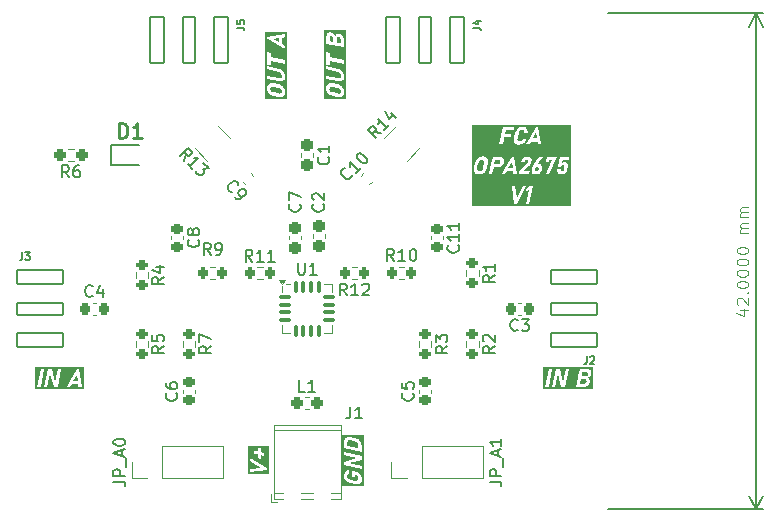
<source format=gbr>
%TF.GenerationSoftware,KiCad,Pcbnew,8.0.2*%
%TF.CreationDate,2025-01-07T09:10:32-03:00*%
%TF.ProjectId,LumiCom_Transmitter,4c756d69-436f-46d5-9f54-72616e736d69,rev?*%
%TF.SameCoordinates,Original*%
%TF.FileFunction,Legend,Top*%
%TF.FilePolarity,Positive*%
%FSLAX46Y46*%
G04 Gerber Fmt 4.6, Leading zero omitted, Abs format (unit mm)*
G04 Created by KiCad (PCBNEW 8.0.2) date 2025-01-07 09:10:32*
%MOMM*%
%LPD*%
G01*
G04 APERTURE LIST*
G04 Aperture macros list*
%AMRoundRect*
0 Rectangle with rounded corners*
0 $1 Rounding radius*
0 $2 $3 $4 $5 $6 $7 $8 $9 X,Y pos of 4 corners*
0 Add a 4 corners polygon primitive as box body*
4,1,4,$2,$3,$4,$5,$6,$7,$8,$9,$2,$3,0*
0 Add four circle primitives for the rounded corners*
1,1,$1+$1,$2,$3*
1,1,$1+$1,$4,$5*
1,1,$1+$1,$6,$7*
1,1,$1+$1,$8,$9*
0 Add four rect primitives between the rounded corners*
20,1,$1+$1,$2,$3,$4,$5,0*
20,1,$1+$1,$4,$5,$6,$7,0*
20,1,$1+$1,$6,$7,$8,$9,0*
20,1,$1+$1,$8,$9,$2,$3,0*%
G04 Aperture macros list end*
%ADD10C,0.300000*%
%ADD11C,0.100000*%
%ADD12C,0.200000*%
%ADD13C,0.150000*%
%ADD14C,0.254000*%
%ADD15C,0.120000*%
%ADD16RoundRect,0.225000X0.017678X-0.335876X0.335876X-0.017678X-0.017678X0.335876X-0.335876X0.017678X0*%
%ADD17RoundRect,0.200000X-0.200000X-0.275000X0.200000X-0.275000X0.200000X0.275000X-0.200000X0.275000X0*%
%ADD18RoundRect,0.225000X0.335876X0.017678X0.017678X0.335876X-0.335876X-0.017678X-0.017678X-0.335876X0*%
%ADD19RoundRect,0.102000X1.950000X0.600000X-1.950000X0.600000X-1.950000X-0.600000X1.950000X-0.600000X0*%
%ADD20RoundRect,0.102000X1.950000X0.500000X-1.950000X0.500000X-1.950000X-0.500000X1.950000X-0.500000X0*%
%ADD21C,3.200000*%
%ADD22RoundRect,0.200000X-0.275000X0.200000X-0.275000X-0.200000X0.275000X-0.200000X0.275000X0.200000X0*%
%ADD23R,1.700000X1.700000*%
%ADD24O,1.700000X1.700000*%
%ADD25RoundRect,0.237500X0.250000X0.237500X-0.250000X0.237500X-0.250000X-0.237500X0.250000X-0.237500X0*%
%ADD26RoundRect,0.237500X0.237500X-0.300000X0.237500X0.300000X-0.237500X0.300000X-0.237500X-0.300000X0*%
%ADD27RoundRect,0.225000X-0.250000X0.225000X-0.250000X-0.225000X0.250000X-0.225000X0.250000X0.225000X0*%
%ADD28RoundRect,0.087500X-0.425000X-0.087500X0.425000X-0.087500X0.425000X0.087500X-0.425000X0.087500X0*%
%ADD29RoundRect,0.087500X-0.087500X-0.425000X0.087500X-0.425000X0.087500X0.425000X-0.087500X0.425000X0*%
%ADD30R,2.100000X2.100000*%
%ADD31RoundRect,0.237500X-0.287500X-0.237500X0.287500X-0.237500X0.287500X0.237500X-0.287500X0.237500X0*%
%ADD32RoundRect,0.102000X-0.600000X1.950000X-0.600000X-1.950000X0.600000X-1.950000X0.600000X1.950000X0*%
%ADD33RoundRect,0.102000X-0.500000X1.950000X-0.500000X-1.950000X0.500000X-1.950000X0.500000X1.950000X0*%
%ADD34RoundRect,0.102000X-1.950000X-0.600000X1.950000X-0.600000X1.950000X0.600000X-1.950000X0.600000X0*%
%ADD35RoundRect,0.102000X-1.950000X-0.500000X1.950000X-0.500000X1.950000X0.500000X-1.950000X0.500000X0*%
%ADD36C,1.100000*%
%ADD37R,2.200000X2.200000*%
%ADD38C,2.200000*%
%ADD39RoundRect,0.200000X0.200000X0.275000X-0.200000X0.275000X-0.200000X-0.275000X0.200000X-0.275000X0*%
%ADD40R,0.950000X0.950000*%
%ADD41RoundRect,0.225000X-0.225000X-0.250000X0.225000X-0.250000X0.225000X0.250000X-0.225000X0.250000X0*%
%ADD42RoundRect,0.225000X0.250000X-0.225000X0.250000X0.225000X-0.250000X0.225000X-0.250000X-0.225000X0*%
%ADD43RoundRect,0.225000X0.225000X0.250000X-0.225000X0.250000X-0.225000X-0.250000X0.225000X-0.250000X0*%
%ADD44RoundRect,0.250000X0.477297X-1.042983X1.042983X-0.477297X-0.477297X1.042983X-1.042983X0.477297X0*%
%ADD45RoundRect,0.237500X-0.237500X0.300000X-0.237500X-0.300000X0.237500X-0.300000X0.237500X0.300000X0*%
%ADD46RoundRect,0.250000X1.042983X0.477297X0.477297X1.042983X-1.042983X-0.477297X-0.477297X-1.042983X0*%
G04 APERTURE END LIST*
D10*
G36*
X22158595Y35799338D02*
G01*
X22595301Y35708480D01*
X22664524Y35687485D01*
X22730256Y35651333D01*
X22785078Y35601501D01*
X22819790Y35552905D01*
X22848400Y35480537D01*
X22856885Y35406595D01*
X22855132Y35373011D01*
X22834165Y35299254D01*
X22785078Y35241732D01*
X22746289Y35220185D01*
X22670951Y35205780D01*
X22595301Y35213521D01*
X22158595Y35304380D01*
X22089022Y35325374D01*
X22023152Y35361526D01*
X21968452Y35411358D01*
X21933918Y35460103D01*
X21905453Y35532488D01*
X21897011Y35606264D01*
X21898755Y35639945D01*
X21919615Y35713786D01*
X21968452Y35771128D01*
X22007126Y35792675D01*
X22082572Y35807079D01*
X22158595Y35799338D01*
G37*
G36*
X22612887Y39549746D02*
G01*
X22104373Y39829711D01*
X22612887Y39898331D01*
X22612887Y39549746D01*
G37*
G36*
X23304554Y34747711D02*
G01*
X21449709Y34747711D01*
X21449709Y35664882D01*
X21616376Y35664882D01*
X21619546Y35606264D01*
X21620635Y35586137D01*
X21633412Y35510735D01*
X21654707Y35438675D01*
X21684520Y35369959D01*
X21722049Y35305548D01*
X21766494Y35246403D01*
X21817853Y35192524D01*
X21876128Y35143912D01*
X21940540Y35101689D01*
X22010309Y35066609D01*
X22085437Y35038674D01*
X22165922Y35017883D01*
X22588340Y34929956D01*
X22648735Y34919793D01*
X22724813Y34914378D01*
X22804324Y34919398D01*
X22877402Y34936184D01*
X22892708Y34941476D01*
X22962667Y34975579D01*
X23021679Y35022420D01*
X23069743Y35081997D01*
X23092901Y35123509D01*
X23118655Y35193071D01*
X23133628Y35271384D01*
X23137887Y35348344D01*
X23133628Y35426929D01*
X23120851Y35502217D01*
X23099556Y35574207D01*
X23069743Y35642900D01*
X23032168Y35707312D01*
X22987586Y35766457D01*
X22935997Y35820335D01*
X22877402Y35868947D01*
X22812761Y35911308D01*
X22743038Y35946433D01*
X22668231Y35974323D01*
X22588340Y35994976D01*
X22165922Y36082904D01*
X22105056Y36093178D01*
X22028589Y36098662D01*
X21948968Y36093610D01*
X21876128Y36076676D01*
X21860911Y36071383D01*
X21791309Y36037280D01*
X21732512Y35990440D01*
X21684520Y35930863D01*
X21661362Y35889363D01*
X21635608Y35819869D01*
X21620635Y35741681D01*
X21616376Y35664882D01*
X21449709Y35664882D01*
X21449709Y37243546D01*
X21631397Y37243546D01*
X22590172Y37044244D01*
X22664697Y37022090D01*
X22733699Y36985159D01*
X22789108Y36935067D01*
X22829365Y36873590D01*
X22852911Y36802502D01*
X22859816Y36729537D01*
X22857330Y36685985D01*
X22837444Y36613720D01*
X22789108Y36554415D01*
X22739298Y36529592D01*
X22664697Y36520112D01*
X22590172Y36529136D01*
X21631397Y36728438D01*
X21631397Y36453298D01*
X22583211Y36255461D01*
X22599627Y36252187D01*
X22678206Y36240611D01*
X22764802Y36237275D01*
X22843001Y36245454D01*
X22923619Y36269549D01*
X22992807Y36309317D01*
X23001732Y36316259D01*
X23056279Y36372767D01*
X23096941Y36443124D01*
X23120744Y36514453D01*
X23134345Y36595958D01*
X23137887Y36671651D01*
X23136612Y36718581D01*
X23128819Y36793490D01*
X23110118Y36877927D01*
X23081215Y36956414D01*
X23042111Y37028949D01*
X22992807Y37095535D01*
X22944553Y37145849D01*
X22878951Y37198812D01*
X22804951Y37243685D01*
X22736870Y37274902D01*
X22662956Y37300501D01*
X22583211Y37320482D01*
X21631397Y37518319D01*
X21631397Y37243546D01*
X21449709Y37243546D01*
X21449709Y37648745D01*
X21631397Y37648745D01*
X21902140Y37592691D01*
X21902140Y37989747D01*
X23122500Y37735940D01*
X23122500Y38010713D01*
X21902140Y38264520D01*
X21902140Y38662108D01*
X21631397Y38718162D01*
X21631397Y37648745D01*
X21449709Y37648745D01*
X21449709Y40015092D01*
X21631397Y40015092D01*
X21631397Y39840702D01*
X21650288Y39829711D01*
X23122500Y38973152D01*
X23122500Y39269174D01*
X22883630Y39400686D01*
X22883630Y39934865D01*
X23122500Y39967098D01*
X23122500Y40262754D01*
X21631397Y40015092D01*
X21449709Y40015092D01*
X21449709Y40429421D01*
X23304554Y40429421D01*
X23304554Y34747711D01*
G37*
G36*
X39847411Y29601245D02*
G01*
X39921252Y29580385D01*
X39978594Y29531548D01*
X40000141Y29492874D01*
X40014545Y29417428D01*
X40006804Y29341405D01*
X39915946Y28904699D01*
X39894951Y28835476D01*
X39858799Y28769744D01*
X39808967Y28714922D01*
X39760371Y28680210D01*
X39688003Y28651600D01*
X39614061Y28643115D01*
X39580477Y28644868D01*
X39506720Y28665835D01*
X39449198Y28714922D01*
X39427651Y28753711D01*
X39413246Y28829049D01*
X39420988Y28904699D01*
X39511846Y29341405D01*
X39532840Y29410978D01*
X39568992Y29476848D01*
X39618824Y29531548D01*
X39667569Y29566082D01*
X39739954Y29594547D01*
X39813730Y29602989D01*
X39847411Y29601245D01*
G37*
G36*
X44523587Y28987725D02*
G01*
X44584526Y28942434D01*
X44601732Y28877707D01*
X44594417Y28801018D01*
X44594417Y28800285D01*
X44573641Y28736842D01*
X44529205Y28676087D01*
X44482231Y28646535D01*
X44407205Y28632856D01*
X44369705Y28636247D01*
X44303891Y28675721D01*
X44285687Y28724118D01*
X44289969Y28798819D01*
X44290335Y28799552D01*
X44292837Y28810885D01*
X44317080Y28881160D01*
X44359212Y28942068D01*
X44407337Y28976629D01*
X44481577Y28992626D01*
X44523587Y28987725D01*
G37*
G36*
X41287940Y29590699D02*
G01*
X41347331Y29546935D01*
X41369221Y29487676D01*
X41364550Y29411014D01*
X41363458Y29405893D01*
X41337714Y29336367D01*
X41290911Y29277291D01*
X41233809Y29240739D01*
X41159752Y29226367D01*
X40842707Y29226367D01*
X40919927Y29597860D01*
X41237055Y29597860D01*
X41287940Y29590699D01*
G37*
G36*
X42391212Y28887113D02*
G01*
X42042627Y28887113D01*
X42322593Y29395627D01*
X42391212Y28887113D01*
G37*
G36*
X44471428Y31407113D02*
G01*
X44122843Y31407113D01*
X44402809Y31915627D01*
X44471428Y31407113D01*
G37*
G36*
X47383153Y25690833D02*
G01*
X38955177Y25690833D01*
X38955177Y27348603D01*
X42354833Y27348603D01*
X42530687Y25857500D01*
X42745377Y25857500D01*
X43515108Y25857500D01*
X43789881Y25857500D01*
X44099826Y27348603D01*
X43864986Y27348603D01*
X43626849Y27247853D01*
X43564934Y26949632D01*
X43756542Y27018143D01*
X43515108Y25857500D01*
X42745377Y25857500D01*
X43540387Y27348603D01*
X43257554Y27348603D01*
X42740980Y26353924D01*
X42637666Y27348603D01*
X42354833Y27348603D01*
X38955177Y27348603D01*
X38955177Y28775187D01*
X39121844Y28775187D01*
X39126864Y28695676D01*
X39143650Y28622598D01*
X39148942Y28607292D01*
X39183045Y28537333D01*
X39229886Y28478321D01*
X39289463Y28430257D01*
X39330975Y28407099D01*
X39400537Y28381345D01*
X39478850Y28366372D01*
X39555810Y28362113D01*
X39634395Y28366372D01*
X39699966Y28377500D01*
X40391486Y28377500D01*
X40666260Y28377500D01*
X41466033Y28377500D01*
X41762055Y28377500D01*
X41893567Y28616370D01*
X42427746Y28616370D01*
X42459979Y28377500D01*
X42755635Y28377500D01*
X42912439Y28377500D01*
X43775227Y28377500D01*
X43831647Y28648244D01*
X43333025Y28648244D01*
X43383331Y28699440D01*
X44003417Y28699440D01*
X44006403Y28622140D01*
X44025270Y28545089D01*
X44060625Y28480082D01*
X44066187Y28472825D01*
X44126391Y28417872D01*
X44195233Y28384693D01*
X44267304Y28367758D01*
X44350419Y28362113D01*
X44400296Y28363979D01*
X44482539Y28376226D01*
X44558366Y28399903D01*
X44627777Y28435010D01*
X44690771Y28481548D01*
X44738921Y28529749D01*
X44786924Y28594612D01*
X44826126Y28668766D01*
X44852723Y28739722D01*
X44872854Y28817504D01*
X44872854Y28818603D01*
X44877927Y28844744D01*
X44887532Y28918666D01*
X44888090Y28996379D01*
X44874689Y29073945D01*
X44841713Y29146865D01*
X44797383Y29197836D01*
X44731747Y29237770D01*
X44659390Y29257794D01*
X44585258Y29263369D01*
X44576982Y29263270D01*
X44528855Y29255775D01*
X44608793Y29373279D01*
X45201483Y29373279D01*
X45476623Y29373279D01*
X45523517Y29597860D01*
X45773744Y29597860D01*
X45203315Y28377500D01*
X45501169Y28377500D01*
X45647356Y28696193D01*
X46173729Y28696193D01*
X46181874Y28619667D01*
X46205779Y28543372D01*
X46245255Y28478983D01*
X46290483Y28433445D01*
X46360018Y28391331D01*
X46432581Y28369418D01*
X46515265Y28362113D01*
X46565497Y28363979D01*
X46648307Y28376226D01*
X46724630Y28399903D01*
X46794466Y28435010D01*
X46857816Y28481548D01*
X46906227Y28529814D01*
X46954503Y28594914D01*
X46993943Y28669481D01*
X47020716Y28740931D01*
X47040998Y28819336D01*
X47067010Y28944632D01*
X47072196Y28971407D01*
X47082397Y29047146D01*
X47084140Y29126815D01*
X47072737Y29206401D01*
X47042830Y29281321D01*
X47018810Y29315729D01*
X46955799Y29367048D01*
X46882019Y29393291D01*
X46802861Y29400756D01*
X46766237Y29398678D01*
X46692952Y29383170D01*
X46662252Y29372325D01*
X46596964Y29334078D01*
X46651919Y29597860D01*
X47160433Y29597860D01*
X47216486Y29868603D01*
X46433200Y29868603D01*
X46255147Y29011311D01*
X46511968Y29011311D01*
X46533283Y29046443D01*
X46587439Y29097406D01*
X46621777Y29114927D01*
X46694784Y29128181D01*
X46724734Y29125181D01*
X46784909Y29080187D01*
X46799464Y29018027D01*
X46791870Y28944632D01*
X46765858Y28819336D01*
X46741762Y28746043D01*
X46697715Y28683415D01*
X46650090Y28650356D01*
X46576082Y28635055D01*
X46541889Y28638648D01*
X46478995Y28680484D01*
X46458151Y28731387D01*
X46455548Y28808345D01*
X46455914Y28809078D01*
X46181141Y28809078D01*
X46180775Y28807979D01*
X46177506Y28781835D01*
X46173729Y28696193D01*
X45647356Y28696193D01*
X46099442Y29681757D01*
X46138276Y29868603D01*
X45304431Y29868603D01*
X45201483Y29373279D01*
X44608793Y29373279D01*
X44945761Y29868603D01*
X44634717Y29868603D01*
X44205705Y29226367D01*
X44197216Y29213570D01*
X44157001Y29148984D01*
X44120508Y29083396D01*
X44087736Y29016806D01*
X44062233Y28957471D01*
X44037360Y28887233D01*
X44018126Y28813474D01*
X44018126Y28812375D01*
X44010905Y28773036D01*
X44005928Y28724118D01*
X44003417Y28699440D01*
X43383331Y28699440D01*
X43788416Y29111694D01*
X43835550Y29164159D01*
X43882025Y29226168D01*
X43922872Y29292678D01*
X43951295Y29349054D01*
X43978714Y29418273D01*
X43999442Y29494179D01*
X43999442Y29495278D01*
X44009407Y29561846D01*
X44008388Y29641427D01*
X43987699Y29718421D01*
X43946319Y29782141D01*
X43940483Y29788385D01*
X43877948Y29835657D01*
X43807228Y29864200D01*
X43733665Y29878768D01*
X43649198Y29883624D01*
X43602480Y29881798D01*
X43524224Y29869814D01*
X43450421Y29846646D01*
X43381070Y29812292D01*
X43316172Y29766754D01*
X43265567Y29719579D01*
X43214048Y29656076D01*
X43170628Y29583457D01*
X43139858Y29513957D01*
X43115038Y29437759D01*
X43114672Y29436660D01*
X43396406Y29436660D01*
X43396773Y29437759D01*
X43427400Y29508223D01*
X43475541Y29567452D01*
X43520289Y29597102D01*
X43594609Y29613247D01*
X43627330Y29611186D01*
X43696092Y29580274D01*
X43709098Y29562071D01*
X43715143Y29486852D01*
X43714410Y29485020D01*
X43708938Y29464068D01*
X43677408Y29395993D01*
X43654086Y29360633D01*
X43605600Y29303303D01*
X42965195Y28630658D01*
X42912439Y28377500D01*
X42755635Y28377500D01*
X42507973Y29868603D01*
X42333583Y29868603D01*
X41762535Y28887113D01*
X41466033Y28377500D01*
X40666260Y28377500D01*
X40786506Y28955990D01*
X41096738Y28955990D01*
X41122236Y28956482D01*
X41196412Y28963872D01*
X41274751Y28982484D01*
X41348796Y29012043D01*
X41363034Y29019276D01*
X41429975Y29060850D01*
X41489831Y29111440D01*
X41542603Y29171046D01*
X41561505Y29197235D01*
X41601848Y29267467D01*
X41629714Y29336487D01*
X41649581Y29411014D01*
X41652946Y29428185D01*
X41661817Y29501980D01*
X41659642Y29577314D01*
X41642620Y29652082D01*
X41621211Y29700511D01*
X41576131Y29762420D01*
X41515492Y29811450D01*
X41503907Y29818371D01*
X41433693Y29848454D01*
X41360320Y29864082D01*
X41286514Y29868603D01*
X40976204Y29868603D01*
X40701431Y29868603D01*
X40567934Y29226367D01*
X40391486Y28377500D01*
X39699966Y28377500D01*
X39709683Y28379149D01*
X39781673Y28400444D01*
X39850366Y28430257D01*
X39914778Y28467832D01*
X39973923Y28512414D01*
X40027801Y28564003D01*
X40076413Y28622598D01*
X40118774Y28687239D01*
X40153899Y28756962D01*
X40181789Y28831769D01*
X40202442Y28911660D01*
X40290370Y29334078D01*
X40300644Y29394944D01*
X40306128Y29471411D01*
X40301076Y29551032D01*
X40284142Y29623872D01*
X40278849Y29639089D01*
X40244746Y29708691D01*
X40197906Y29767488D01*
X40138329Y29815480D01*
X40096829Y29838638D01*
X40027335Y29864392D01*
X39949147Y29879365D01*
X39872348Y29883624D01*
X39793603Y29879365D01*
X39718201Y29866588D01*
X39646141Y29845293D01*
X39577425Y29815480D01*
X39513014Y29777951D01*
X39453869Y29733506D01*
X39399990Y29682147D01*
X39351378Y29623872D01*
X39309155Y29559460D01*
X39274075Y29489691D01*
X39246140Y29414563D01*
X39225349Y29334078D01*
X39137422Y28911660D01*
X39127259Y28851265D01*
X39125678Y28829049D01*
X39121844Y28775187D01*
X38955177Y28775187D01*
X38955177Y30897500D01*
X41275890Y30897500D01*
X41550663Y30897500D01*
X41632979Y31293512D01*
X42513981Y31293512D01*
X42516963Y31211067D01*
X42531420Y31136736D01*
X42536220Y31121398D01*
X42568206Y31051660D01*
X42613500Y30993514D01*
X42672104Y30946960D01*
X42713475Y30924922D01*
X42783838Y30900415D01*
X42864171Y30886166D01*
X42943947Y30882113D01*
X42986662Y30883589D01*
X43061295Y30893684D01*
X43075220Y30897500D01*
X43546249Y30897500D01*
X43842272Y30897500D01*
X43973784Y31136370D01*
X44507963Y31136370D01*
X44540196Y30897500D01*
X44835852Y30897500D01*
X44588189Y32388603D01*
X44413800Y32388603D01*
X43842751Y31407113D01*
X43546249Y30897500D01*
X43075220Y30897500D01*
X43133030Y30913342D01*
X43201867Y30942563D01*
X43238802Y30962796D01*
X43302175Y31005976D01*
X43361549Y31057850D01*
X43416923Y31118418D01*
X43422821Y31125677D01*
X43467660Y31187101D01*
X43508333Y31254477D01*
X43544837Y31327808D01*
X43573360Y31396855D01*
X43288329Y31396855D01*
X43260251Y31338000D01*
X43219636Y31276928D01*
X43167429Y31223931D01*
X43148504Y31209677D01*
X43078480Y31174755D01*
X43002565Y31163115D01*
X42968129Y31164868D01*
X42893832Y31185835D01*
X42838434Y31234922D01*
X42815421Y31285598D01*
X42807453Y31361710D01*
X42817185Y31437888D01*
X42902181Y31847117D01*
X42924134Y31923330D01*
X42959853Y31993860D01*
X43007694Y32050449D01*
X43054899Y32085515D01*
X43126855Y32114417D01*
X43201867Y32122989D01*
X43233684Y32120787D01*
X43302617Y32095145D01*
X43324780Y32077600D01*
X43367464Y32015644D01*
X43384111Y31962063D01*
X43390911Y31888882D01*
X43675942Y31888882D01*
X43676899Y31938966D01*
X43672887Y32014076D01*
X43660216Y32091185D01*
X43636009Y32167685D01*
X43601977Y32234254D01*
X43553633Y32295164D01*
X43493859Y32343174D01*
X43481785Y32350494D01*
X43409391Y32382313D01*
X43334787Y32398842D01*
X43260485Y32403624D01*
X43178992Y32399525D01*
X43101941Y32387229D01*
X43029332Y32366736D01*
X42961166Y32338045D01*
X42913377Y32311392D01*
X42847441Y32263684D01*
X42788402Y32206703D01*
X42741713Y32148268D01*
X42730966Y32132580D01*
X42691925Y32065650D01*
X42659204Y31992034D01*
X42635758Y31922135D01*
X42617150Y31847117D01*
X42532153Y31437888D01*
X42520965Y31373608D01*
X42513981Y31293512D01*
X41632979Y31293512D01*
X41673651Y31489179D01*
X42246389Y31489179D01*
X42302443Y31759922D01*
X41729928Y31759922D01*
X41804330Y32117860D01*
X42487823Y32117860D01*
X42543877Y32388603D01*
X41860607Y32388603D01*
X41585834Y32388603D01*
X41275890Y30897500D01*
X38955177Y30897500D01*
X38955177Y32570291D01*
X47383153Y32570291D01*
X47383153Y25690833D01*
G37*
G36*
X21789167Y2982270D02*
G01*
X19964730Y2982270D01*
X19964730Y4051658D01*
X20131397Y4051658D01*
X21126076Y3535084D01*
X20131397Y3431770D01*
X20131397Y3148937D01*
X21622500Y3324791D01*
X21622500Y3539481D01*
X20131397Y4334491D01*
X20131397Y4051658D01*
X19964730Y4051658D01*
X19964730Y4970866D01*
X20519010Y4970866D01*
X20519010Y4706351D01*
X20805141Y4646935D01*
X20805141Y4352077D01*
X21065626Y4297855D01*
X21065626Y4592844D01*
X21351756Y4533427D01*
X21351756Y4797942D01*
X21065626Y4857359D01*
X21065626Y5152216D01*
X20805141Y5206438D01*
X20805141Y4911450D01*
X20519010Y4970866D01*
X19964730Y4970866D01*
X19964730Y5373105D01*
X21789167Y5373105D01*
X21789167Y2982270D01*
G37*
G36*
X28657496Y5847943D02*
G01*
X29096400Y5756718D01*
X29166739Y5734765D01*
X29232046Y5696401D01*
X29284712Y5643145D01*
X29288836Y5637603D01*
X29325567Y5570502D01*
X29345209Y5499734D01*
X29351756Y5419663D01*
X29351756Y5205931D01*
X28402140Y5403320D01*
X28402140Y5617133D01*
X28406308Y5680194D01*
X28425647Y5751498D01*
X28468818Y5812772D01*
X28505615Y5837639D01*
X28580158Y5855192D01*
X28657496Y5847943D01*
G37*
G36*
X29804554Y1963481D02*
G01*
X27949709Y1963481D01*
X27949709Y2882590D01*
X28116376Y2882590D01*
X28120704Y2803891D01*
X28133687Y2728626D01*
X28155325Y2656796D01*
X28185619Y2588400D01*
X28223583Y2524286D01*
X28268600Y2465302D01*
X28320670Y2411446D01*
X28379792Y2362720D01*
X28387642Y2357028D01*
X28453485Y2315514D01*
X28524731Y2281145D01*
X28601381Y2253919D01*
X28672883Y2235958D01*
X29112887Y2144366D01*
X29161274Y2135993D01*
X29234713Y2130148D01*
X29311475Y2134685D01*
X29389492Y2153526D01*
X29404076Y2159047D01*
X29470773Y2194295D01*
X29527095Y2242280D01*
X29573040Y2303002D01*
X29595078Y2345163D01*
X29619585Y2415552D01*
X29633834Y2494519D01*
X29637887Y2571914D01*
X29633559Y2650430D01*
X29620576Y2725512D01*
X29598938Y2797159D01*
X29568644Y2865371D01*
X29530496Y2929485D01*
X29485296Y2988470D01*
X29433043Y3042325D01*
X29373738Y3091052D01*
X29365843Y3096766D01*
X29299691Y3138463D01*
X29228227Y3173016D01*
X29151451Y3200424D01*
X29079914Y3218546D01*
X28789021Y3278997D01*
X28789021Y2773414D01*
X29059398Y2717360D01*
X29059398Y2937911D01*
X29084310Y2932416D01*
X29149647Y2913585D01*
X29217776Y2878606D01*
X29277384Y2825438D01*
X29310856Y2777254D01*
X29338445Y2705435D01*
X29346627Y2631997D01*
X29345071Y2598025D01*
X29326457Y2522839D01*
X29282880Y2463103D01*
X29257369Y2444951D01*
X29186423Y2423834D01*
X29112887Y2429398D01*
X28672883Y2520989D01*
X28602780Y2542141D01*
X28536163Y2578301D01*
X28480542Y2627967D01*
X28445122Y2676625D01*
X28415927Y2748624D01*
X28407269Y2821774D01*
X28414843Y2883554D01*
X28446837Y2953299D01*
X28487839Y2993951D01*
X28559310Y3017779D01*
X28559310Y3314534D01*
X28551009Y3314572D01*
X28471654Y3309048D01*
X28398953Y3292790D01*
X28326669Y3262510D01*
X28268716Y3224979D01*
X28214968Y3173695D01*
X28171697Y3111934D01*
X28168293Y3105832D01*
X28137986Y3034174D01*
X28121778Y2961817D01*
X28116376Y2882590D01*
X27949709Y2882590D01*
X27949709Y4569332D01*
X28131397Y4569332D01*
X29222396Y4342653D01*
X28131397Y4050926D01*
X28131397Y3714970D01*
X29621400Y3405392D01*
X29621400Y3668075D01*
X28545872Y3891531D01*
X29621400Y4185015D01*
X29621400Y4522803D01*
X28131397Y4832381D01*
X28131397Y4569332D01*
X27949709Y4569332D01*
X27949709Y5667325D01*
X28131397Y5667325D01*
X28131397Y5617133D01*
X28131397Y5459597D01*
X28131397Y5184824D01*
X29622500Y4874879D01*
X29622500Y5013365D01*
X29622500Y5356282D01*
X29622238Y5380038D01*
X29617196Y5460121D01*
X29605738Y5535434D01*
X29584787Y5615668D01*
X29555455Y5689674D01*
X29518452Y5757428D01*
X29474855Y5818542D01*
X29424663Y5873016D01*
X29367876Y5920849D01*
X29305205Y5962020D01*
X29237725Y5996137D01*
X29165437Y6023202D01*
X29088340Y6043215D01*
X28665922Y6131142D01*
X28650143Y6134270D01*
X28574595Y6144821D01*
X28491304Y6146289D01*
X28416051Y6135547D01*
X28338413Y6107583D01*
X28271714Y6062999D01*
X28246638Y6038978D01*
X28197719Y5972409D01*
X28166476Y5903630D01*
X28145100Y5824032D01*
X28134823Y5749435D01*
X28131397Y5667325D01*
X27949709Y5667325D01*
X27949709Y6312956D01*
X29804554Y6312956D01*
X29804554Y1963481D01*
G37*
G36*
X48576534Y10998009D02*
G01*
X48640213Y10960386D01*
X48667415Y10904149D01*
X48664759Y10828495D01*
X48664026Y10825564D01*
X48662907Y10820357D01*
X48635725Y10750917D01*
X48585258Y10694772D01*
X48573493Y10686457D01*
X48505879Y10657149D01*
X48429553Y10648244D01*
X48118733Y10648244D01*
X48193287Y11006914D01*
X48503925Y11006914D01*
X48576534Y10998009D01*
G37*
G36*
X48684451Y11592296D02*
G01*
X48750855Y11558293D01*
X48773459Y11520642D01*
X48774302Y11445819D01*
X48750152Y11378752D01*
X48701762Y11321621D01*
X48633933Y11287318D01*
X48560345Y11277658D01*
X48249565Y11277658D01*
X48316123Y11597860D01*
X48627024Y11597860D01*
X48684451Y11592296D01*
G37*
G36*
X49231839Y10210833D02*
G01*
X44990887Y10210833D01*
X44990887Y10377500D01*
X45157554Y10377500D01*
X45442585Y10377500D01*
X47787683Y10377500D01*
X47908217Y10377500D01*
X48399511Y10377500D01*
X48464443Y10380085D01*
X48537567Y10390012D01*
X48616269Y10411001D01*
X48687853Y10442124D01*
X48752320Y10483380D01*
X48785665Y10511309D01*
X48836553Y10566770D01*
X48877939Y10630611D01*
X48909823Y10702832D01*
X48932205Y10783432D01*
X48932938Y10786729D01*
X48936471Y10805103D01*
X48943481Y10882367D01*
X48934208Y10957815D01*
X48903262Y11028163D01*
X48895390Y11039468D01*
X48840784Y11091563D01*
X48774538Y11124120D01*
X48701396Y11141370D01*
X48727545Y11146366D01*
X48800778Y11167731D01*
X48872970Y11202686D01*
X48935502Y11249447D01*
X48946788Y11260205D01*
X48995575Y11319360D01*
X49031624Y11387459D01*
X49054937Y11464503D01*
X49065172Y11533703D01*
X49064073Y11616433D01*
X49042693Y11696476D01*
X48999982Y11762724D01*
X48987662Y11775545D01*
X48920850Y11823005D01*
X48845843Y11851129D01*
X48768153Y11864881D01*
X48692603Y11868603D01*
X48372400Y11868603D01*
X48097627Y11868603D01*
X47974792Y11277658D01*
X47843960Y10648244D01*
X47787683Y10377500D01*
X45442585Y10377500D01*
X45442814Y10378600D01*
X45755461Y10378600D01*
X46018144Y10378600D01*
X46241598Y11454126D01*
X46535084Y10378600D01*
X46872872Y10378600D01*
X47182449Y11868603D01*
X46919400Y11868603D01*
X46692720Y10777604D01*
X46400994Y11868603D01*
X46065038Y11868603D01*
X45755461Y10378600D01*
X45442814Y10378600D01*
X45752530Y11868603D01*
X45467498Y11868603D01*
X45157554Y10377500D01*
X44990887Y10377500D01*
X44990887Y12035270D01*
X49231839Y12035270D01*
X49231839Y10210833D01*
G37*
G36*
X27158595Y35800804D02*
G01*
X27595301Y35709946D01*
X27664524Y35688951D01*
X27730256Y35652799D01*
X27785078Y35602967D01*
X27819790Y35554371D01*
X27848400Y35482003D01*
X27856885Y35408061D01*
X27855132Y35374477D01*
X27834165Y35300720D01*
X27785078Y35243198D01*
X27746289Y35221651D01*
X27670951Y35207246D01*
X27595301Y35214987D01*
X27158595Y35305846D01*
X27089022Y35326840D01*
X27023152Y35362992D01*
X26968452Y35412824D01*
X26933918Y35461569D01*
X26905453Y35533954D01*
X26897011Y35607730D01*
X26898755Y35641411D01*
X26919615Y35715252D01*
X26968452Y35772594D01*
X27007126Y35794141D01*
X27082572Y35808545D01*
X27158595Y35800804D01*
G37*
G36*
X27671505Y39992011D02*
G01*
X27674436Y39991278D01*
X27679643Y39990159D01*
X27749083Y39962977D01*
X27805228Y39912510D01*
X27813543Y39900745D01*
X27842851Y39833131D01*
X27851756Y39756805D01*
X27851756Y39445986D01*
X27493086Y39520540D01*
X27493086Y39831177D01*
X27501991Y39903786D01*
X27539614Y39967465D01*
X27595851Y39994667D01*
X27671505Y39992011D01*
G37*
G36*
X27121248Y40077404D02*
G01*
X27178379Y40029014D01*
X27212682Y39961185D01*
X27222342Y39887597D01*
X27222342Y39831177D01*
X27222342Y39576818D01*
X26902140Y39643376D01*
X26902140Y39954276D01*
X26907704Y40011703D01*
X26941707Y40078107D01*
X26979358Y40100711D01*
X27054181Y40101554D01*
X27121248Y40077404D01*
G37*
G36*
X28304554Y34749177D02*
G01*
X26449709Y34749177D01*
X26449709Y35666348D01*
X26616376Y35666348D01*
X26619546Y35607730D01*
X26620635Y35587603D01*
X26633412Y35512201D01*
X26654707Y35440141D01*
X26684520Y35371425D01*
X26722049Y35307014D01*
X26766494Y35247869D01*
X26817853Y35193990D01*
X26876128Y35145378D01*
X26940540Y35103155D01*
X27010309Y35068075D01*
X27085437Y35040140D01*
X27165922Y35019349D01*
X27588340Y34931422D01*
X27648735Y34921259D01*
X27724813Y34915844D01*
X27804324Y34920864D01*
X27877402Y34937650D01*
X27892708Y34942942D01*
X27962667Y34977045D01*
X28021679Y35023886D01*
X28069743Y35083463D01*
X28092901Y35124975D01*
X28118655Y35194537D01*
X28133628Y35272850D01*
X28137887Y35349810D01*
X28133628Y35428395D01*
X28120851Y35503683D01*
X28099556Y35575673D01*
X28069743Y35644366D01*
X28032168Y35708778D01*
X27987586Y35767923D01*
X27935997Y35821801D01*
X27877402Y35870413D01*
X27812761Y35912774D01*
X27743038Y35947899D01*
X27668231Y35975789D01*
X27588340Y35996442D01*
X27165922Y36084370D01*
X27105056Y36094644D01*
X27028589Y36100128D01*
X26948968Y36095076D01*
X26876128Y36078142D01*
X26860911Y36072849D01*
X26791309Y36038746D01*
X26732512Y35991906D01*
X26684520Y35932329D01*
X26661362Y35890829D01*
X26635608Y35821335D01*
X26620635Y35743147D01*
X26616376Y35666348D01*
X26449709Y35666348D01*
X26449709Y37245012D01*
X26631397Y37245012D01*
X27590172Y37045710D01*
X27664697Y37023556D01*
X27733699Y36986625D01*
X27789108Y36936533D01*
X27829365Y36875056D01*
X27852911Y36803968D01*
X27859816Y36731003D01*
X27857330Y36687451D01*
X27837444Y36615186D01*
X27789108Y36555881D01*
X27739298Y36531058D01*
X27664697Y36521578D01*
X27590172Y36530602D01*
X26631397Y36729904D01*
X26631397Y36454764D01*
X27583211Y36256927D01*
X27599627Y36253653D01*
X27678206Y36242077D01*
X27764802Y36238741D01*
X27843001Y36246920D01*
X27923619Y36271015D01*
X27992807Y36310783D01*
X28001732Y36317725D01*
X28056279Y36374233D01*
X28096941Y36444590D01*
X28120744Y36515919D01*
X28134345Y36597424D01*
X28137887Y36673117D01*
X28136612Y36720047D01*
X28128819Y36794956D01*
X28110118Y36879393D01*
X28081215Y36957880D01*
X28042111Y37030415D01*
X27992807Y37097001D01*
X27944553Y37147315D01*
X27878951Y37200278D01*
X27804951Y37245151D01*
X27736870Y37276368D01*
X27662956Y37301967D01*
X27583211Y37321948D01*
X26631397Y37519785D01*
X26631397Y37245012D01*
X26449709Y37245012D01*
X26449709Y37650211D01*
X26631397Y37650211D01*
X26902140Y37594157D01*
X26902140Y37991213D01*
X28122500Y37737406D01*
X28122500Y38012179D01*
X26902140Y38265986D01*
X26902140Y38663574D01*
X26631397Y38719628D01*
X26631397Y37650211D01*
X26449709Y37650211D01*
X26449709Y40019855D01*
X26631397Y40019855D01*
X26631397Y39954276D01*
X26631397Y39699653D01*
X26631397Y39424879D01*
X28122500Y39114935D01*
X28122500Y39235469D01*
X28122500Y39726763D01*
X28119915Y39791695D01*
X28109988Y39864819D01*
X28088999Y39943521D01*
X28057876Y40015105D01*
X28016620Y40079572D01*
X27988691Y40112917D01*
X27933230Y40163805D01*
X27869389Y40205191D01*
X27797168Y40237075D01*
X27716568Y40259457D01*
X27713271Y40260190D01*
X27694897Y40263723D01*
X27617633Y40270733D01*
X27542185Y40261460D01*
X27471837Y40230514D01*
X27460532Y40222642D01*
X27408437Y40168036D01*
X27375880Y40101790D01*
X27358630Y40028648D01*
X27353634Y40054797D01*
X27332269Y40128030D01*
X27297314Y40200222D01*
X27250553Y40262754D01*
X27239795Y40274040D01*
X27180640Y40322827D01*
X27112541Y40358876D01*
X27035497Y40382189D01*
X26966297Y40392424D01*
X26883567Y40391325D01*
X26803524Y40369945D01*
X26737276Y40327235D01*
X26724455Y40314914D01*
X26676995Y40248102D01*
X26648871Y40173095D01*
X26635119Y40095405D01*
X26631397Y40019855D01*
X26449709Y40019855D01*
X26449709Y40559091D01*
X28304554Y40559091D01*
X28304554Y34749177D01*
G37*
G36*
X5571079Y10887113D02*
G01*
X5222494Y10887113D01*
X5502460Y11395627D01*
X5571079Y10887113D01*
G37*
G36*
X6102170Y10210833D02*
G01*
X1989422Y10210833D01*
X1989422Y10377500D01*
X2156089Y10377500D01*
X2441120Y10377500D01*
X4645901Y10377500D01*
X4941923Y10377500D01*
X5073435Y10616370D01*
X5607614Y10616370D01*
X5639847Y10377500D01*
X5935503Y10377500D01*
X5687841Y11868603D01*
X5513451Y11868603D01*
X4942403Y10887113D01*
X4645901Y10377500D01*
X2441120Y10377500D01*
X2441349Y10378600D01*
X2753996Y10378600D01*
X3016679Y10378600D01*
X3240133Y11454126D01*
X3533619Y10378600D01*
X3871407Y10378600D01*
X4180984Y11868603D01*
X3917935Y11868603D01*
X3691255Y10777604D01*
X3399529Y11868603D01*
X3063573Y11868603D01*
X2753996Y10378600D01*
X2441349Y10378600D01*
X2751065Y11868603D01*
X2466033Y11868603D01*
X2156089Y10377500D01*
X1989422Y10377500D01*
X1989422Y12035270D01*
X6102170Y12035270D01*
X6102170Y10210833D01*
G37*
D11*
X61690752Y16857144D02*
X62357419Y16857144D01*
X61309800Y16619049D02*
X62024085Y16380954D01*
X62024085Y16380954D02*
X62024085Y17000001D01*
X61452657Y17333335D02*
X61405038Y17380954D01*
X61405038Y17380954D02*
X61357419Y17476192D01*
X61357419Y17476192D02*
X61357419Y17714287D01*
X61357419Y17714287D02*
X61405038Y17809525D01*
X61405038Y17809525D02*
X61452657Y17857144D01*
X61452657Y17857144D02*
X61547895Y17904763D01*
X61547895Y17904763D02*
X61643133Y17904763D01*
X61643133Y17904763D02*
X61785990Y17857144D01*
X61785990Y17857144D02*
X62357419Y17285716D01*
X62357419Y17285716D02*
X62357419Y17904763D01*
X62262180Y18333335D02*
X62309800Y18380954D01*
X62309800Y18380954D02*
X62357419Y18333335D01*
X62357419Y18333335D02*
X62309800Y18285716D01*
X62309800Y18285716D02*
X62262180Y18333335D01*
X62262180Y18333335D02*
X62357419Y18333335D01*
X61357419Y19000001D02*
X61357419Y19095239D01*
X61357419Y19095239D02*
X61405038Y19190477D01*
X61405038Y19190477D02*
X61452657Y19238096D01*
X61452657Y19238096D02*
X61547895Y19285715D01*
X61547895Y19285715D02*
X61738371Y19333334D01*
X61738371Y19333334D02*
X61976466Y19333334D01*
X61976466Y19333334D02*
X62166942Y19285715D01*
X62166942Y19285715D02*
X62262180Y19238096D01*
X62262180Y19238096D02*
X62309800Y19190477D01*
X62309800Y19190477D02*
X62357419Y19095239D01*
X62357419Y19095239D02*
X62357419Y19000001D01*
X62357419Y19000001D02*
X62309800Y18904763D01*
X62309800Y18904763D02*
X62262180Y18857144D01*
X62262180Y18857144D02*
X62166942Y18809525D01*
X62166942Y18809525D02*
X61976466Y18761906D01*
X61976466Y18761906D02*
X61738371Y18761906D01*
X61738371Y18761906D02*
X61547895Y18809525D01*
X61547895Y18809525D02*
X61452657Y18857144D01*
X61452657Y18857144D02*
X61405038Y18904763D01*
X61405038Y18904763D02*
X61357419Y19000001D01*
X61357419Y19952382D02*
X61357419Y20047620D01*
X61357419Y20047620D02*
X61405038Y20142858D01*
X61405038Y20142858D02*
X61452657Y20190477D01*
X61452657Y20190477D02*
X61547895Y20238096D01*
X61547895Y20238096D02*
X61738371Y20285715D01*
X61738371Y20285715D02*
X61976466Y20285715D01*
X61976466Y20285715D02*
X62166942Y20238096D01*
X62166942Y20238096D02*
X62262180Y20190477D01*
X62262180Y20190477D02*
X62309800Y20142858D01*
X62309800Y20142858D02*
X62357419Y20047620D01*
X62357419Y20047620D02*
X62357419Y19952382D01*
X62357419Y19952382D02*
X62309800Y19857144D01*
X62309800Y19857144D02*
X62262180Y19809525D01*
X62262180Y19809525D02*
X62166942Y19761906D01*
X62166942Y19761906D02*
X61976466Y19714287D01*
X61976466Y19714287D02*
X61738371Y19714287D01*
X61738371Y19714287D02*
X61547895Y19761906D01*
X61547895Y19761906D02*
X61452657Y19809525D01*
X61452657Y19809525D02*
X61405038Y19857144D01*
X61405038Y19857144D02*
X61357419Y19952382D01*
X61357419Y20904763D02*
X61357419Y21000001D01*
X61357419Y21000001D02*
X61405038Y21095239D01*
X61405038Y21095239D02*
X61452657Y21142858D01*
X61452657Y21142858D02*
X61547895Y21190477D01*
X61547895Y21190477D02*
X61738371Y21238096D01*
X61738371Y21238096D02*
X61976466Y21238096D01*
X61976466Y21238096D02*
X62166942Y21190477D01*
X62166942Y21190477D02*
X62262180Y21142858D01*
X62262180Y21142858D02*
X62309800Y21095239D01*
X62309800Y21095239D02*
X62357419Y21000001D01*
X62357419Y21000001D02*
X62357419Y20904763D01*
X62357419Y20904763D02*
X62309800Y20809525D01*
X62309800Y20809525D02*
X62262180Y20761906D01*
X62262180Y20761906D02*
X62166942Y20714287D01*
X62166942Y20714287D02*
X61976466Y20666668D01*
X61976466Y20666668D02*
X61738371Y20666668D01*
X61738371Y20666668D02*
X61547895Y20714287D01*
X61547895Y20714287D02*
X61452657Y20761906D01*
X61452657Y20761906D02*
X61405038Y20809525D01*
X61405038Y20809525D02*
X61357419Y20904763D01*
X61357419Y21857144D02*
X61357419Y21952382D01*
X61357419Y21952382D02*
X61405038Y22047620D01*
X61405038Y22047620D02*
X61452657Y22095239D01*
X61452657Y22095239D02*
X61547895Y22142858D01*
X61547895Y22142858D02*
X61738371Y22190477D01*
X61738371Y22190477D02*
X61976466Y22190477D01*
X61976466Y22190477D02*
X62166942Y22142858D01*
X62166942Y22142858D02*
X62262180Y22095239D01*
X62262180Y22095239D02*
X62309800Y22047620D01*
X62309800Y22047620D02*
X62357419Y21952382D01*
X62357419Y21952382D02*
X62357419Y21857144D01*
X62357419Y21857144D02*
X62309800Y21761906D01*
X62309800Y21761906D02*
X62262180Y21714287D01*
X62262180Y21714287D02*
X62166942Y21666668D01*
X62166942Y21666668D02*
X61976466Y21619049D01*
X61976466Y21619049D02*
X61738371Y21619049D01*
X61738371Y21619049D02*
X61547895Y21666668D01*
X61547895Y21666668D02*
X61452657Y21714287D01*
X61452657Y21714287D02*
X61405038Y21761906D01*
X61405038Y21761906D02*
X61357419Y21857144D01*
X62357419Y23380954D02*
X61690752Y23380954D01*
X61785990Y23380954D02*
X61738371Y23428573D01*
X61738371Y23428573D02*
X61690752Y23523811D01*
X61690752Y23523811D02*
X61690752Y23666668D01*
X61690752Y23666668D02*
X61738371Y23761906D01*
X61738371Y23761906D02*
X61833609Y23809525D01*
X61833609Y23809525D02*
X62357419Y23809525D01*
X61833609Y23809525D02*
X61738371Y23857144D01*
X61738371Y23857144D02*
X61690752Y23952382D01*
X61690752Y23952382D02*
X61690752Y24095239D01*
X61690752Y24095239D02*
X61738371Y24190478D01*
X61738371Y24190478D02*
X61833609Y24238097D01*
X61833609Y24238097D02*
X62357419Y24238097D01*
X62357419Y24714287D02*
X61690752Y24714287D01*
X61785990Y24714287D02*
X61738371Y24761906D01*
X61738371Y24761906D02*
X61690752Y24857144D01*
X61690752Y24857144D02*
X61690752Y25000001D01*
X61690752Y25000001D02*
X61738371Y25095239D01*
X61738371Y25095239D02*
X61833609Y25142858D01*
X61833609Y25142858D02*
X62357419Y25142858D01*
X61833609Y25142858D02*
X61738371Y25190477D01*
X61738371Y25190477D02*
X61690752Y25285715D01*
X61690752Y25285715D02*
X61690752Y25428572D01*
X61690752Y25428572D02*
X61738371Y25523811D01*
X61738371Y25523811D02*
X61833609Y25571430D01*
X61833609Y25571430D02*
X62357419Y25571430D01*
D12*
X50500000Y42000000D02*
X63586420Y42000000D01*
X50500000Y0D02*
X63586420Y0D01*
X63000000Y42000000D02*
X63000000Y0D01*
X63000000Y42000000D02*
X63000000Y0D01*
X63000000Y42000000D02*
X63586421Y40873496D01*
X63000000Y42000000D02*
X62413579Y40873496D01*
X63000000Y0D02*
X62413579Y1126504D01*
X63000000Y0D02*
X63586421Y1126504D01*
D13*
X28788530Y28302333D02*
X28788530Y28234989D01*
X28788530Y28234989D02*
X28721186Y28100302D01*
X28721186Y28100302D02*
X28653843Y28032959D01*
X28653843Y28032959D02*
X28519156Y27965615D01*
X28519156Y27965615D02*
X28384469Y27965615D01*
X28384469Y27965615D02*
X28283454Y27999287D01*
X28283454Y27999287D02*
X28115095Y28100302D01*
X28115095Y28100302D02*
X28014080Y28201317D01*
X28014080Y28201317D02*
X27913064Y28369676D01*
X27913064Y28369676D02*
X27879393Y28470691D01*
X27879393Y28470691D02*
X27879393Y28605378D01*
X27879393Y28605378D02*
X27946736Y28740065D01*
X27946736Y28740065D02*
X28014080Y28807409D01*
X28014080Y28807409D02*
X28148767Y28874752D01*
X28148767Y28874752D02*
X28216110Y28874752D01*
X29529308Y28908424D02*
X29125247Y28504363D01*
X29327278Y28706394D02*
X28620171Y29413500D01*
X28620171Y29413500D02*
X28653843Y29245142D01*
X28653843Y29245142D02*
X28653843Y29110455D01*
X28653843Y29110455D02*
X28620171Y29009439D01*
X29259935Y30053264D02*
X29327278Y30120607D01*
X29327278Y30120607D02*
X29428293Y30154279D01*
X29428293Y30154279D02*
X29495637Y30154279D01*
X29495637Y30154279D02*
X29596652Y30120607D01*
X29596652Y30120607D02*
X29765011Y30019592D01*
X29765011Y30019592D02*
X29933370Y29851233D01*
X29933370Y29851233D02*
X30034385Y29682875D01*
X30034385Y29682875D02*
X30068057Y29581859D01*
X30068057Y29581859D02*
X30068057Y29514516D01*
X30068057Y29514516D02*
X30034385Y29413501D01*
X30034385Y29413501D02*
X29967041Y29346157D01*
X29967041Y29346157D02*
X29866026Y29312485D01*
X29866026Y29312485D02*
X29798683Y29312485D01*
X29798683Y29312485D02*
X29697667Y29346157D01*
X29697667Y29346157D02*
X29529309Y29447172D01*
X29529309Y29447172D02*
X29360950Y29615531D01*
X29360950Y29615531D02*
X29259935Y29783890D01*
X29259935Y29783890D02*
X29226263Y29884905D01*
X29226263Y29884905D02*
X29226263Y29952249D01*
X29226263Y29952249D02*
X29259935Y30053264D01*
X20357142Y20975181D02*
X20023809Y21451372D01*
X19785714Y20975181D02*
X19785714Y21975181D01*
X19785714Y21975181D02*
X20166666Y21975181D01*
X20166666Y21975181D02*
X20261904Y21927562D01*
X20261904Y21927562D02*
X20309523Y21879943D01*
X20309523Y21879943D02*
X20357142Y21784705D01*
X20357142Y21784705D02*
X20357142Y21641848D01*
X20357142Y21641848D02*
X20309523Y21546610D01*
X20309523Y21546610D02*
X20261904Y21498991D01*
X20261904Y21498991D02*
X20166666Y21451372D01*
X20166666Y21451372D02*
X19785714Y21451372D01*
X21309523Y20975181D02*
X20738095Y20975181D01*
X21023809Y20975181D02*
X21023809Y21975181D01*
X21023809Y21975181D02*
X20928571Y21832324D01*
X20928571Y21832324D02*
X20833333Y21737086D01*
X20833333Y21737086D02*
X20738095Y21689467D01*
X22261904Y20975181D02*
X21690476Y20975181D01*
X21976190Y20975181D02*
X21976190Y21975181D01*
X21976190Y21975181D02*
X21880952Y21832324D01*
X21880952Y21832324D02*
X21785714Y21737086D01*
X21785714Y21737086D02*
X21690476Y21689467D01*
X18616724Y26852426D02*
X18549380Y26852426D01*
X18549380Y26852426D02*
X18414693Y26919770D01*
X18414693Y26919770D02*
X18347350Y26987113D01*
X18347350Y26987113D02*
X18280006Y27121800D01*
X18280006Y27121800D02*
X18280006Y27256487D01*
X18280006Y27256487D02*
X18313678Y27357502D01*
X18313678Y27357502D02*
X18414693Y27525861D01*
X18414693Y27525861D02*
X18515708Y27626876D01*
X18515708Y27626876D02*
X18684067Y27727892D01*
X18684067Y27727892D02*
X18785082Y27761563D01*
X18785082Y27761563D02*
X18919769Y27761563D01*
X18919769Y27761563D02*
X19054456Y27694220D01*
X19054456Y27694220D02*
X19121800Y27626876D01*
X19121800Y27626876D02*
X19189143Y27492189D01*
X19189143Y27492189D02*
X19189143Y27424846D01*
X18886098Y26448365D02*
X19020785Y26313678D01*
X19020785Y26313678D02*
X19121800Y26280006D01*
X19121800Y26280006D02*
X19189143Y26280006D01*
X19189143Y26280006D02*
X19357502Y26313678D01*
X19357502Y26313678D02*
X19525861Y26414693D01*
X19525861Y26414693D02*
X19795235Y26684067D01*
X19795235Y26684067D02*
X19828907Y26785083D01*
X19828907Y26785083D02*
X19828907Y26852426D01*
X19828907Y26852426D02*
X19795235Y26953441D01*
X19795235Y26953441D02*
X19660548Y27088128D01*
X19660548Y27088128D02*
X19559533Y27121800D01*
X19559533Y27121800D02*
X19492189Y27121800D01*
X19492189Y27121800D02*
X19391174Y27088128D01*
X19391174Y27088128D02*
X19222815Y26919770D01*
X19222815Y26919770D02*
X19189143Y26818754D01*
X19189143Y26818754D02*
X19189143Y26751411D01*
X19189143Y26751411D02*
X19222815Y26650396D01*
X19222815Y26650396D02*
X19357502Y26515709D01*
X19357502Y26515709D02*
X19458517Y26482037D01*
X19458517Y26482037D02*
X19525861Y26482037D01*
X19525861Y26482037D02*
X19626876Y26515709D01*
X48676667Y12945324D02*
X48676667Y12488181D01*
X48676667Y12488181D02*
X48646190Y12396753D01*
X48646190Y12396753D02*
X48585238Y12335800D01*
X48585238Y12335800D02*
X48493809Y12305324D01*
X48493809Y12305324D02*
X48432857Y12305324D01*
X48950952Y12884372D02*
X48981428Y12914848D01*
X48981428Y12914848D02*
X49042381Y12945324D01*
X49042381Y12945324D02*
X49194762Y12945324D01*
X49194762Y12945324D02*
X49255714Y12914848D01*
X49255714Y12914848D02*
X49286190Y12884372D01*
X49286190Y12884372D02*
X49316667Y12823420D01*
X49316667Y12823420D02*
X49316667Y12762467D01*
X49316667Y12762467D02*
X49286190Y12671039D01*
X49286190Y12671039D02*
X48920476Y12305324D01*
X48920476Y12305324D02*
X49316667Y12305324D01*
X36884819Y13833334D02*
X36408628Y13500001D01*
X36884819Y13261906D02*
X35884819Y13261906D01*
X35884819Y13261906D02*
X35884819Y13642858D01*
X35884819Y13642858D02*
X35932438Y13738096D01*
X35932438Y13738096D02*
X35980057Y13785715D01*
X35980057Y13785715D02*
X36075295Y13833334D01*
X36075295Y13833334D02*
X36218152Y13833334D01*
X36218152Y13833334D02*
X36313390Y13785715D01*
X36313390Y13785715D02*
X36361009Y13738096D01*
X36361009Y13738096D02*
X36408628Y13642858D01*
X36408628Y13642858D02*
X36408628Y13261906D01*
X35884819Y14166668D02*
X35884819Y14785715D01*
X35884819Y14785715D02*
X36265771Y14452382D01*
X36265771Y14452382D02*
X36265771Y14595239D01*
X36265771Y14595239D02*
X36313390Y14690477D01*
X36313390Y14690477D02*
X36361009Y14738096D01*
X36361009Y14738096D02*
X36456247Y14785715D01*
X36456247Y14785715D02*
X36694342Y14785715D01*
X36694342Y14785715D02*
X36789580Y14738096D01*
X36789580Y14738096D02*
X36837200Y14690477D01*
X36837200Y14690477D02*
X36884819Y14595239D01*
X36884819Y14595239D02*
X36884819Y14309525D01*
X36884819Y14309525D02*
X36837200Y14214287D01*
X36837200Y14214287D02*
X36789580Y14166668D01*
X40454819Y2357143D02*
X41169104Y2357143D01*
X41169104Y2357143D02*
X41311961Y2309524D01*
X41311961Y2309524D02*
X41407200Y2214286D01*
X41407200Y2214286D02*
X41454819Y2071429D01*
X41454819Y2071429D02*
X41454819Y1976191D01*
X41454819Y2833334D02*
X40454819Y2833334D01*
X40454819Y2833334D02*
X40454819Y3214286D01*
X40454819Y3214286D02*
X40502438Y3309524D01*
X40502438Y3309524D02*
X40550057Y3357143D01*
X40550057Y3357143D02*
X40645295Y3404762D01*
X40645295Y3404762D02*
X40788152Y3404762D01*
X40788152Y3404762D02*
X40883390Y3357143D01*
X40883390Y3357143D02*
X40931009Y3309524D01*
X40931009Y3309524D02*
X40978628Y3214286D01*
X40978628Y3214286D02*
X40978628Y2833334D01*
X41550057Y3595238D02*
X41550057Y4357143D01*
X41169104Y4547620D02*
X41169104Y5023810D01*
X41454819Y4452382D02*
X40454819Y4785715D01*
X40454819Y4785715D02*
X41454819Y5119048D01*
X41454819Y5976191D02*
X41454819Y5404763D01*
X41454819Y5690477D02*
X40454819Y5690477D01*
X40454819Y5690477D02*
X40597676Y5595239D01*
X40597676Y5595239D02*
X40692914Y5500001D01*
X40692914Y5500001D02*
X40740533Y5404763D01*
X4833333Y28115181D02*
X4500000Y28591372D01*
X4261905Y28115181D02*
X4261905Y29115181D01*
X4261905Y29115181D02*
X4642857Y29115181D01*
X4642857Y29115181D02*
X4738095Y29067562D01*
X4738095Y29067562D02*
X4785714Y29019943D01*
X4785714Y29019943D02*
X4833333Y28924705D01*
X4833333Y28924705D02*
X4833333Y28781848D01*
X4833333Y28781848D02*
X4785714Y28686610D01*
X4785714Y28686610D02*
X4738095Y28638991D01*
X4738095Y28638991D02*
X4642857Y28591372D01*
X4642857Y28591372D02*
X4261905Y28591372D01*
X5690476Y29115181D02*
X5500000Y29115181D01*
X5500000Y29115181D02*
X5404762Y29067562D01*
X5404762Y29067562D02*
X5357143Y29019943D01*
X5357143Y29019943D02*
X5261905Y28877086D01*
X5261905Y28877086D02*
X5214286Y28686610D01*
X5214286Y28686610D02*
X5214286Y28305658D01*
X5214286Y28305658D02*
X5261905Y28210420D01*
X5261905Y28210420D02*
X5309524Y28162800D01*
X5309524Y28162800D02*
X5404762Y28115181D01*
X5404762Y28115181D02*
X5595238Y28115181D01*
X5595238Y28115181D02*
X5690476Y28162800D01*
X5690476Y28162800D02*
X5738095Y28210420D01*
X5738095Y28210420D02*
X5785714Y28305658D01*
X5785714Y28305658D02*
X5785714Y28543753D01*
X5785714Y28543753D02*
X5738095Y28638991D01*
X5738095Y28638991D02*
X5690476Y28686610D01*
X5690476Y28686610D02*
X5595238Y28734229D01*
X5595238Y28734229D02*
X5404762Y28734229D01*
X5404762Y28734229D02*
X5309524Y28686610D01*
X5309524Y28686610D02*
X5261905Y28638991D01*
X5261905Y28638991D02*
X5214286Y28543753D01*
X16833333Y21545182D02*
X16500000Y22021373D01*
X16261905Y21545182D02*
X16261905Y22545182D01*
X16261905Y22545182D02*
X16642857Y22545182D01*
X16642857Y22545182D02*
X16738095Y22497563D01*
X16738095Y22497563D02*
X16785714Y22449944D01*
X16785714Y22449944D02*
X16833333Y22354706D01*
X16833333Y22354706D02*
X16833333Y22211849D01*
X16833333Y22211849D02*
X16785714Y22116611D01*
X16785714Y22116611D02*
X16738095Y22068992D01*
X16738095Y22068992D02*
X16642857Y22021373D01*
X16642857Y22021373D02*
X16261905Y22021373D01*
X17309524Y21545182D02*
X17500000Y21545182D01*
X17500000Y21545182D02*
X17595238Y21592801D01*
X17595238Y21592801D02*
X17642857Y21640421D01*
X17642857Y21640421D02*
X17738095Y21783278D01*
X17738095Y21783278D02*
X17785714Y21973754D01*
X17785714Y21973754D02*
X17785714Y22354706D01*
X17785714Y22354706D02*
X17738095Y22449944D01*
X17738095Y22449944D02*
X17690476Y22497563D01*
X17690476Y22497563D02*
X17595238Y22545182D01*
X17595238Y22545182D02*
X17404762Y22545182D01*
X17404762Y22545182D02*
X17309524Y22497563D01*
X17309524Y22497563D02*
X17261905Y22449944D01*
X17261905Y22449944D02*
X17214286Y22354706D01*
X17214286Y22354706D02*
X17214286Y22116611D01*
X17214286Y22116611D02*
X17261905Y22021373D01*
X17261905Y22021373D02*
X17309524Y21973754D01*
X17309524Y21973754D02*
X17404762Y21926135D01*
X17404762Y21926135D02*
X17595238Y21926135D01*
X17595238Y21926135D02*
X17690476Y21973754D01*
X17690476Y21973754D02*
X17738095Y22021373D01*
X17738095Y22021373D02*
X17785714Y22116611D01*
X26359580Y25833334D02*
X26407200Y25785715D01*
X26407200Y25785715D02*
X26454819Y25642858D01*
X26454819Y25642858D02*
X26454819Y25547620D01*
X26454819Y25547620D02*
X26407200Y25404763D01*
X26407200Y25404763D02*
X26311961Y25309525D01*
X26311961Y25309525D02*
X26216723Y25261906D01*
X26216723Y25261906D02*
X26026247Y25214287D01*
X26026247Y25214287D02*
X25883390Y25214287D01*
X25883390Y25214287D02*
X25692914Y25261906D01*
X25692914Y25261906D02*
X25597676Y25309525D01*
X25597676Y25309525D02*
X25502438Y25404763D01*
X25502438Y25404763D02*
X25454819Y25547620D01*
X25454819Y25547620D02*
X25454819Y25642858D01*
X25454819Y25642858D02*
X25502438Y25785715D01*
X25502438Y25785715D02*
X25550057Y25833334D01*
X25550057Y26214287D02*
X25502438Y26261906D01*
X25502438Y26261906D02*
X25454819Y26357144D01*
X25454819Y26357144D02*
X25454819Y26595239D01*
X25454819Y26595239D02*
X25502438Y26690477D01*
X25502438Y26690477D02*
X25550057Y26738096D01*
X25550057Y26738096D02*
X25645295Y26785715D01*
X25645295Y26785715D02*
X25740533Y26785715D01*
X25740533Y26785715D02*
X25883390Y26738096D01*
X25883390Y26738096D02*
X26454819Y26166668D01*
X26454819Y26166668D02*
X26454819Y26785715D01*
X37789580Y22357143D02*
X37837200Y22309524D01*
X37837200Y22309524D02*
X37884819Y22166667D01*
X37884819Y22166667D02*
X37884819Y22071429D01*
X37884819Y22071429D02*
X37837200Y21928572D01*
X37837200Y21928572D02*
X37741961Y21833334D01*
X37741961Y21833334D02*
X37646723Y21785715D01*
X37646723Y21785715D02*
X37456247Y21738096D01*
X37456247Y21738096D02*
X37313390Y21738096D01*
X37313390Y21738096D02*
X37122914Y21785715D01*
X37122914Y21785715D02*
X37027676Y21833334D01*
X37027676Y21833334D02*
X36932438Y21928572D01*
X36932438Y21928572D02*
X36884819Y22071429D01*
X36884819Y22071429D02*
X36884819Y22166667D01*
X36884819Y22166667D02*
X36932438Y22309524D01*
X36932438Y22309524D02*
X36980057Y22357143D01*
X37884819Y23309524D02*
X37884819Y22738096D01*
X37884819Y23023810D02*
X36884819Y23023810D01*
X36884819Y23023810D02*
X37027676Y22928572D01*
X37027676Y22928572D02*
X37122914Y22833334D01*
X37122914Y22833334D02*
X37170533Y22738096D01*
X37884819Y24261905D02*
X37884819Y23690477D01*
X37884819Y23976191D02*
X36884819Y23976191D01*
X36884819Y23976191D02*
X37027676Y23880953D01*
X37027676Y23880953D02*
X37122914Y23785715D01*
X37122914Y23785715D02*
X37170533Y23690477D01*
X16884819Y13833334D02*
X16408628Y13500001D01*
X16884819Y13261906D02*
X15884819Y13261906D01*
X15884819Y13261906D02*
X15884819Y13642858D01*
X15884819Y13642858D02*
X15932438Y13738096D01*
X15932438Y13738096D02*
X15980057Y13785715D01*
X15980057Y13785715D02*
X16075295Y13833334D01*
X16075295Y13833334D02*
X16218152Y13833334D01*
X16218152Y13833334D02*
X16313390Y13785715D01*
X16313390Y13785715D02*
X16361009Y13738096D01*
X16361009Y13738096D02*
X16408628Y13642858D01*
X16408628Y13642858D02*
X16408628Y13261906D01*
X15884819Y14166668D02*
X15884819Y14833334D01*
X15884819Y14833334D02*
X16884819Y14404763D01*
X24238095Y20875182D02*
X24238095Y20065659D01*
X24238095Y20065659D02*
X24285714Y19970421D01*
X24285714Y19970421D02*
X24333333Y19922801D01*
X24333333Y19922801D02*
X24428571Y19875182D01*
X24428571Y19875182D02*
X24619047Y19875182D01*
X24619047Y19875182D02*
X24714285Y19922801D01*
X24714285Y19922801D02*
X24761904Y19970421D01*
X24761904Y19970421D02*
X24809523Y20065659D01*
X24809523Y20065659D02*
X24809523Y20875182D01*
X25809523Y19875182D02*
X25238095Y19875182D01*
X25523809Y19875182D02*
X25523809Y20875182D01*
X25523809Y20875182D02*
X25428571Y20732325D01*
X25428571Y20732325D02*
X25333333Y20637087D01*
X25333333Y20637087D02*
X25238095Y20589468D01*
X8599818Y2357143D02*
X9314103Y2357143D01*
X9314103Y2357143D02*
X9456960Y2309524D01*
X9456960Y2309524D02*
X9552199Y2214286D01*
X9552199Y2214286D02*
X9599818Y2071429D01*
X9599818Y2071429D02*
X9599818Y1976191D01*
X9599818Y2833334D02*
X8599818Y2833334D01*
X8599818Y2833334D02*
X8599818Y3214286D01*
X8599818Y3214286D02*
X8647437Y3309524D01*
X8647437Y3309524D02*
X8695056Y3357143D01*
X8695056Y3357143D02*
X8790294Y3404762D01*
X8790294Y3404762D02*
X8933151Y3404762D01*
X8933151Y3404762D02*
X9028389Y3357143D01*
X9028389Y3357143D02*
X9076008Y3309524D01*
X9076008Y3309524D02*
X9123627Y3214286D01*
X9123627Y3214286D02*
X9123627Y2833334D01*
X9695056Y3595238D02*
X9695056Y4357143D01*
X9314103Y4547620D02*
X9314103Y5023810D01*
X9599818Y4452382D02*
X8599818Y4785715D01*
X8599818Y4785715D02*
X9599818Y5119048D01*
X8599818Y5642858D02*
X8599818Y5738096D01*
X8599818Y5738096D02*
X8647437Y5833334D01*
X8647437Y5833334D02*
X8695056Y5880953D01*
X8695056Y5880953D02*
X8790294Y5928572D01*
X8790294Y5928572D02*
X8980770Y5976191D01*
X8980770Y5976191D02*
X9218865Y5976191D01*
X9218865Y5976191D02*
X9409341Y5928572D01*
X9409341Y5928572D02*
X9504579Y5880953D01*
X9504579Y5880953D02*
X9552199Y5833334D01*
X9552199Y5833334D02*
X9599818Y5738096D01*
X9599818Y5738096D02*
X9599818Y5642858D01*
X9599818Y5642858D02*
X9552199Y5547620D01*
X9552199Y5547620D02*
X9504579Y5500001D01*
X9504579Y5500001D02*
X9409341Y5452382D01*
X9409341Y5452382D02*
X9218865Y5404763D01*
X9218865Y5404763D02*
X8980770Y5404763D01*
X8980770Y5404763D02*
X8790294Y5452382D01*
X8790294Y5452382D02*
X8695056Y5500001D01*
X8695056Y5500001D02*
X8647437Y5547620D01*
X8647437Y5547620D02*
X8599818Y5642858D01*
X24833333Y9975181D02*
X24357143Y9975181D01*
X24357143Y9975181D02*
X24357143Y10975181D01*
X25690476Y9975181D02*
X25119048Y9975181D01*
X25404762Y9975181D02*
X25404762Y10975181D01*
X25404762Y10975181D02*
X25309524Y10832324D01*
X25309524Y10832324D02*
X25214286Y10737086D01*
X25214286Y10737086D02*
X25119048Y10689467D01*
X19054676Y40786668D02*
X19511819Y40786668D01*
X19511819Y40786668D02*
X19603247Y40756191D01*
X19603247Y40756191D02*
X19664200Y40695239D01*
X19664200Y40695239D02*
X19694676Y40603810D01*
X19694676Y40603810D02*
X19694676Y40542858D01*
X19054676Y41396191D02*
X19054676Y41091429D01*
X19054676Y41091429D02*
X19359438Y41060953D01*
X19359438Y41060953D02*
X19328961Y41091429D01*
X19328961Y41091429D02*
X19298485Y41152382D01*
X19298485Y41152382D02*
X19298485Y41304763D01*
X19298485Y41304763D02*
X19328961Y41365715D01*
X19328961Y41365715D02*
X19359438Y41396191D01*
X19359438Y41396191D02*
X19420390Y41426668D01*
X19420390Y41426668D02*
X19572771Y41426668D01*
X19572771Y41426668D02*
X19633723Y41396191D01*
X19633723Y41396191D02*
X19664200Y41365715D01*
X19664200Y41365715D02*
X19694676Y41304763D01*
X19694676Y41304763D02*
X19694676Y41152382D01*
X19694676Y41152382D02*
X19664200Y41091429D01*
X19664200Y41091429D02*
X19633723Y41060953D01*
X896667Y21758124D02*
X896667Y21300981D01*
X896667Y21300981D02*
X866190Y21209553D01*
X866190Y21209553D02*
X805238Y21148600D01*
X805238Y21148600D02*
X713809Y21118124D01*
X713809Y21118124D02*
X652857Y21118124D01*
X1140476Y21758124D02*
X1536667Y21758124D01*
X1536667Y21758124D02*
X1323333Y21514315D01*
X1323333Y21514315D02*
X1414762Y21514315D01*
X1414762Y21514315D02*
X1475714Y21483839D01*
X1475714Y21483839D02*
X1506190Y21453362D01*
X1506190Y21453362D02*
X1536667Y21392410D01*
X1536667Y21392410D02*
X1536667Y21240029D01*
X1536667Y21240029D02*
X1506190Y21179077D01*
X1506190Y21179077D02*
X1475714Y21148600D01*
X1475714Y21148600D02*
X1414762Y21118124D01*
X1414762Y21118124D02*
X1231905Y21118124D01*
X1231905Y21118124D02*
X1170952Y21148600D01*
X1170952Y21148600D02*
X1140476Y21179077D01*
X28666666Y8705181D02*
X28666666Y7990896D01*
X28666666Y7990896D02*
X28619047Y7848039D01*
X28619047Y7848039D02*
X28523809Y7752800D01*
X28523809Y7752800D02*
X28380952Y7705181D01*
X28380952Y7705181D02*
X28285714Y7705181D01*
X29666666Y7705181D02*
X29095238Y7705181D01*
X29380952Y7705181D02*
X29380952Y8705181D01*
X29380952Y8705181D02*
X29285714Y8562324D01*
X29285714Y8562324D02*
X29190476Y8467086D01*
X29190476Y8467086D02*
X29095238Y8419467D01*
X28357142Y18115181D02*
X28023809Y18591372D01*
X27785714Y18115181D02*
X27785714Y19115181D01*
X27785714Y19115181D02*
X28166666Y19115181D01*
X28166666Y19115181D02*
X28261904Y19067562D01*
X28261904Y19067562D02*
X28309523Y19019943D01*
X28309523Y19019943D02*
X28357142Y18924705D01*
X28357142Y18924705D02*
X28357142Y18781848D01*
X28357142Y18781848D02*
X28309523Y18686610D01*
X28309523Y18686610D02*
X28261904Y18638991D01*
X28261904Y18638991D02*
X28166666Y18591372D01*
X28166666Y18591372D02*
X27785714Y18591372D01*
X29309523Y18115181D02*
X28738095Y18115181D01*
X29023809Y18115181D02*
X29023809Y19115181D01*
X29023809Y19115181D02*
X28928571Y18972324D01*
X28928571Y18972324D02*
X28833333Y18877086D01*
X28833333Y18877086D02*
X28738095Y18829467D01*
X29690476Y19019943D02*
X29738095Y19067562D01*
X29738095Y19067562D02*
X29833333Y19115181D01*
X29833333Y19115181D02*
X30071428Y19115181D01*
X30071428Y19115181D02*
X30166666Y19067562D01*
X30166666Y19067562D02*
X30214285Y19019943D01*
X30214285Y19019943D02*
X30261904Y18924705D01*
X30261904Y18924705D02*
X30261904Y18829467D01*
X30261904Y18829467D02*
X30214285Y18686610D01*
X30214285Y18686610D02*
X29642857Y18115181D01*
X29642857Y18115181D02*
X30261904Y18115181D01*
D14*
X9062618Y31425683D02*
X9062618Y32695683D01*
X9062618Y32695683D02*
X9364999Y32695683D01*
X9364999Y32695683D02*
X9546428Y32635207D01*
X9546428Y32635207D02*
X9667380Y32514255D01*
X9667380Y32514255D02*
X9727857Y32393302D01*
X9727857Y32393302D02*
X9788333Y32151398D01*
X9788333Y32151398D02*
X9788333Y31969969D01*
X9788333Y31969969D02*
X9727857Y31728064D01*
X9727857Y31728064D02*
X9667380Y31607112D01*
X9667380Y31607112D02*
X9546428Y31486159D01*
X9546428Y31486159D02*
X9364999Y31425683D01*
X9364999Y31425683D02*
X9062618Y31425683D01*
X10997857Y31425683D02*
X10272142Y31425683D01*
X10634999Y31425683D02*
X10634999Y32695683D01*
X10634999Y32695683D02*
X10514047Y32514255D01*
X10514047Y32514255D02*
X10393095Y32393302D01*
X10393095Y32393302D02*
X10272142Y32332826D01*
D13*
X24359580Y25833334D02*
X24407200Y25785715D01*
X24407200Y25785715D02*
X24454819Y25642858D01*
X24454819Y25642858D02*
X24454819Y25547620D01*
X24454819Y25547620D02*
X24407200Y25404763D01*
X24407200Y25404763D02*
X24311961Y25309525D01*
X24311961Y25309525D02*
X24216723Y25261906D01*
X24216723Y25261906D02*
X24026247Y25214287D01*
X24026247Y25214287D02*
X23883390Y25214287D01*
X23883390Y25214287D02*
X23692914Y25261906D01*
X23692914Y25261906D02*
X23597676Y25309525D01*
X23597676Y25309525D02*
X23502438Y25404763D01*
X23502438Y25404763D02*
X23454819Y25547620D01*
X23454819Y25547620D02*
X23454819Y25642858D01*
X23454819Y25642858D02*
X23502438Y25785715D01*
X23502438Y25785715D02*
X23550057Y25833334D01*
X23454819Y26166668D02*
X23454819Y26833334D01*
X23454819Y26833334D02*
X24454819Y26404763D01*
X6833333Y18070420D02*
X6785714Y18022800D01*
X6785714Y18022800D02*
X6642857Y17975181D01*
X6642857Y17975181D02*
X6547619Y17975181D01*
X6547619Y17975181D02*
X6404762Y18022800D01*
X6404762Y18022800D02*
X6309524Y18118039D01*
X6309524Y18118039D02*
X6261905Y18213277D01*
X6261905Y18213277D02*
X6214286Y18403753D01*
X6214286Y18403753D02*
X6214286Y18546610D01*
X6214286Y18546610D02*
X6261905Y18737086D01*
X6261905Y18737086D02*
X6309524Y18832324D01*
X6309524Y18832324D02*
X6404762Y18927562D01*
X6404762Y18927562D02*
X6547619Y18975181D01*
X6547619Y18975181D02*
X6642857Y18975181D01*
X6642857Y18975181D02*
X6785714Y18927562D01*
X6785714Y18927562D02*
X6833333Y18879943D01*
X7690476Y18641848D02*
X7690476Y17975181D01*
X7452381Y19022800D02*
X7214286Y18308515D01*
X7214286Y18308515D02*
X7833333Y18308515D01*
X13929580Y9833334D02*
X13977200Y9785715D01*
X13977200Y9785715D02*
X14024819Y9642858D01*
X14024819Y9642858D02*
X14024819Y9547620D01*
X14024819Y9547620D02*
X13977200Y9404763D01*
X13977200Y9404763D02*
X13881961Y9309525D01*
X13881961Y9309525D02*
X13786723Y9261906D01*
X13786723Y9261906D02*
X13596247Y9214287D01*
X13596247Y9214287D02*
X13453390Y9214287D01*
X13453390Y9214287D02*
X13262914Y9261906D01*
X13262914Y9261906D02*
X13167676Y9309525D01*
X13167676Y9309525D02*
X13072438Y9404763D01*
X13072438Y9404763D02*
X13024819Y9547620D01*
X13024819Y9547620D02*
X13024819Y9642858D01*
X13024819Y9642858D02*
X13072438Y9785715D01*
X13072438Y9785715D02*
X13120057Y9833334D01*
X13024819Y10690477D02*
X13024819Y10500001D01*
X13024819Y10500001D02*
X13072438Y10404763D01*
X13072438Y10404763D02*
X13120057Y10357144D01*
X13120057Y10357144D02*
X13262914Y10261906D01*
X13262914Y10261906D02*
X13453390Y10214287D01*
X13453390Y10214287D02*
X13834342Y10214287D01*
X13834342Y10214287D02*
X13929580Y10261906D01*
X13929580Y10261906D02*
X13977200Y10309525D01*
X13977200Y10309525D02*
X14024819Y10404763D01*
X14024819Y10404763D02*
X14024819Y10595239D01*
X14024819Y10595239D02*
X13977200Y10690477D01*
X13977200Y10690477D02*
X13929580Y10738096D01*
X13929580Y10738096D02*
X13834342Y10785715D01*
X13834342Y10785715D02*
X13596247Y10785715D01*
X13596247Y10785715D02*
X13501009Y10738096D01*
X13501009Y10738096D02*
X13453390Y10690477D01*
X13453390Y10690477D02*
X13405771Y10595239D01*
X13405771Y10595239D02*
X13405771Y10404763D01*
X13405771Y10404763D02*
X13453390Y10309525D01*
X13453390Y10309525D02*
X13501009Y10261906D01*
X13501009Y10261906D02*
X13596247Y10214287D01*
X42833333Y15210420D02*
X42785714Y15162800D01*
X42785714Y15162800D02*
X42642857Y15115181D01*
X42642857Y15115181D02*
X42547619Y15115181D01*
X42547619Y15115181D02*
X42404762Y15162800D01*
X42404762Y15162800D02*
X42309524Y15258039D01*
X42309524Y15258039D02*
X42261905Y15353277D01*
X42261905Y15353277D02*
X42214286Y15543753D01*
X42214286Y15543753D02*
X42214286Y15686610D01*
X42214286Y15686610D02*
X42261905Y15877086D01*
X42261905Y15877086D02*
X42309524Y15972324D01*
X42309524Y15972324D02*
X42404762Y16067562D01*
X42404762Y16067562D02*
X42547619Y16115181D01*
X42547619Y16115181D02*
X42642857Y16115181D01*
X42642857Y16115181D02*
X42785714Y16067562D01*
X42785714Y16067562D02*
X42833333Y16019943D01*
X43166667Y16115181D02*
X43785714Y16115181D01*
X43785714Y16115181D02*
X43452381Y15734229D01*
X43452381Y15734229D02*
X43595238Y15734229D01*
X43595238Y15734229D02*
X43690476Y15686610D01*
X43690476Y15686610D02*
X43738095Y15638991D01*
X43738095Y15638991D02*
X43785714Y15543753D01*
X43785714Y15543753D02*
X43785714Y15305658D01*
X43785714Y15305658D02*
X43738095Y15210420D01*
X43738095Y15210420D02*
X43690476Y15162800D01*
X43690476Y15162800D02*
X43595238Y15115181D01*
X43595238Y15115181D02*
X43309524Y15115181D01*
X43309524Y15115181D02*
X43214286Y15162800D01*
X43214286Y15162800D02*
X43166667Y15210420D01*
X15789580Y22833334D02*
X15837200Y22785715D01*
X15837200Y22785715D02*
X15884819Y22642858D01*
X15884819Y22642858D02*
X15884819Y22547620D01*
X15884819Y22547620D02*
X15837200Y22404763D01*
X15837200Y22404763D02*
X15741961Y22309525D01*
X15741961Y22309525D02*
X15646723Y22261906D01*
X15646723Y22261906D02*
X15456247Y22214287D01*
X15456247Y22214287D02*
X15313390Y22214287D01*
X15313390Y22214287D02*
X15122914Y22261906D01*
X15122914Y22261906D02*
X15027676Y22309525D01*
X15027676Y22309525D02*
X14932438Y22404763D01*
X14932438Y22404763D02*
X14884819Y22547620D01*
X14884819Y22547620D02*
X14884819Y22642858D01*
X14884819Y22642858D02*
X14932438Y22785715D01*
X14932438Y22785715D02*
X14980057Y22833334D01*
X15313390Y23404763D02*
X15265771Y23309525D01*
X15265771Y23309525D02*
X15218152Y23261906D01*
X15218152Y23261906D02*
X15122914Y23214287D01*
X15122914Y23214287D02*
X15075295Y23214287D01*
X15075295Y23214287D02*
X14980057Y23261906D01*
X14980057Y23261906D02*
X14932438Y23309525D01*
X14932438Y23309525D02*
X14884819Y23404763D01*
X14884819Y23404763D02*
X14884819Y23595239D01*
X14884819Y23595239D02*
X14932438Y23690477D01*
X14932438Y23690477D02*
X14980057Y23738096D01*
X14980057Y23738096D02*
X15075295Y23785715D01*
X15075295Y23785715D02*
X15122914Y23785715D01*
X15122914Y23785715D02*
X15218152Y23738096D01*
X15218152Y23738096D02*
X15265771Y23690477D01*
X15265771Y23690477D02*
X15313390Y23595239D01*
X15313390Y23595239D02*
X15313390Y23404763D01*
X15313390Y23404763D02*
X15361009Y23309525D01*
X15361009Y23309525D02*
X15408628Y23261906D01*
X15408628Y23261906D02*
X15503866Y23214287D01*
X15503866Y23214287D02*
X15694342Y23214287D01*
X15694342Y23214287D02*
X15789580Y23261906D01*
X15789580Y23261906D02*
X15837200Y23309525D01*
X15837200Y23309525D02*
X15884819Y23404763D01*
X15884819Y23404763D02*
X15884819Y23595239D01*
X15884819Y23595239D02*
X15837200Y23690477D01*
X15837200Y23690477D02*
X15789580Y23738096D01*
X15789580Y23738096D02*
X15694342Y23785715D01*
X15694342Y23785715D02*
X15503866Y23785715D01*
X15503866Y23785715D02*
X15408628Y23738096D01*
X15408628Y23738096D02*
X15361009Y23690477D01*
X15361009Y23690477D02*
X15313390Y23595239D01*
X12884819Y13833334D02*
X12408628Y13500001D01*
X12884819Y13261906D02*
X11884819Y13261906D01*
X11884819Y13261906D02*
X11884819Y13642858D01*
X11884819Y13642858D02*
X11932438Y13738096D01*
X11932438Y13738096D02*
X11980057Y13785715D01*
X11980057Y13785715D02*
X12075295Y13833334D01*
X12075295Y13833334D02*
X12218152Y13833334D01*
X12218152Y13833334D02*
X12313390Y13785715D01*
X12313390Y13785715D02*
X12361009Y13738096D01*
X12361009Y13738096D02*
X12408628Y13642858D01*
X12408628Y13642858D02*
X12408628Y13261906D01*
X11884819Y14738096D02*
X11884819Y14261906D01*
X11884819Y14261906D02*
X12361009Y14214287D01*
X12361009Y14214287D02*
X12313390Y14261906D01*
X12313390Y14261906D02*
X12265771Y14357144D01*
X12265771Y14357144D02*
X12265771Y14595239D01*
X12265771Y14595239D02*
X12313390Y14690477D01*
X12313390Y14690477D02*
X12361009Y14738096D01*
X12361009Y14738096D02*
X12456247Y14785715D01*
X12456247Y14785715D02*
X12694342Y14785715D01*
X12694342Y14785715D02*
X12789580Y14738096D01*
X12789580Y14738096D02*
X12837200Y14690477D01*
X12837200Y14690477D02*
X12884819Y14595239D01*
X12884819Y14595239D02*
X12884819Y14357144D01*
X12884819Y14357144D02*
X12837200Y14261906D01*
X12837200Y14261906D02*
X12789580Y14214287D01*
X31254833Y31836029D02*
X30682414Y31937044D01*
X30850772Y31431968D02*
X30143666Y32139075D01*
X30143666Y32139075D02*
X30413040Y32408449D01*
X30413040Y32408449D02*
X30514055Y32442121D01*
X30514055Y32442121D02*
X30581398Y32442121D01*
X30581398Y32442121D02*
X30682414Y32408449D01*
X30682414Y32408449D02*
X30783429Y32307434D01*
X30783429Y32307434D02*
X30817101Y32206418D01*
X30817101Y32206418D02*
X30817101Y32139075D01*
X30817101Y32139075D02*
X30783429Y32038060D01*
X30783429Y32038060D02*
X30514055Y31768686D01*
X31928268Y32509464D02*
X31524207Y32105403D01*
X31726238Y32307434D02*
X31019131Y33014540D01*
X31019131Y33014540D02*
X31052803Y32846182D01*
X31052803Y32846182D02*
X31052803Y32711495D01*
X31052803Y32711495D02*
X31019131Y32610479D01*
X32062956Y33586960D02*
X32534360Y33115556D01*
X31625223Y33687976D02*
X31961940Y33014541D01*
X31961940Y33014541D02*
X32399673Y33452273D01*
X33929580Y9833334D02*
X33977200Y9785715D01*
X33977200Y9785715D02*
X34024819Y9642858D01*
X34024819Y9642858D02*
X34024819Y9547620D01*
X34024819Y9547620D02*
X33977200Y9404763D01*
X33977200Y9404763D02*
X33881961Y9309525D01*
X33881961Y9309525D02*
X33786723Y9261906D01*
X33786723Y9261906D02*
X33596247Y9214287D01*
X33596247Y9214287D02*
X33453390Y9214287D01*
X33453390Y9214287D02*
X33262914Y9261906D01*
X33262914Y9261906D02*
X33167676Y9309525D01*
X33167676Y9309525D02*
X33072438Y9404763D01*
X33072438Y9404763D02*
X33024819Y9547620D01*
X33024819Y9547620D02*
X33024819Y9642858D01*
X33024819Y9642858D02*
X33072438Y9785715D01*
X33072438Y9785715D02*
X33120057Y9833334D01*
X33024819Y10738096D02*
X33024819Y10261906D01*
X33024819Y10261906D02*
X33501009Y10214287D01*
X33501009Y10214287D02*
X33453390Y10261906D01*
X33453390Y10261906D02*
X33405771Y10357144D01*
X33405771Y10357144D02*
X33405771Y10595239D01*
X33405771Y10595239D02*
X33453390Y10690477D01*
X33453390Y10690477D02*
X33501009Y10738096D01*
X33501009Y10738096D02*
X33596247Y10785715D01*
X33596247Y10785715D02*
X33834342Y10785715D01*
X33834342Y10785715D02*
X33929580Y10738096D01*
X33929580Y10738096D02*
X33977200Y10690477D01*
X33977200Y10690477D02*
X34024819Y10595239D01*
X34024819Y10595239D02*
X34024819Y10357144D01*
X34024819Y10357144D02*
X33977200Y10261906D01*
X33977200Y10261906D02*
X33929580Y10214287D01*
X40884819Y19833334D02*
X40408628Y19500001D01*
X40884819Y19261906D02*
X39884819Y19261906D01*
X39884819Y19261906D02*
X39884819Y19642858D01*
X39884819Y19642858D02*
X39932438Y19738096D01*
X39932438Y19738096D02*
X39980057Y19785715D01*
X39980057Y19785715D02*
X40075295Y19833334D01*
X40075295Y19833334D02*
X40218152Y19833334D01*
X40218152Y19833334D02*
X40313390Y19785715D01*
X40313390Y19785715D02*
X40361009Y19738096D01*
X40361009Y19738096D02*
X40408628Y19642858D01*
X40408628Y19642858D02*
X40408628Y19261906D01*
X40884819Y20785715D02*
X40884819Y20214287D01*
X40884819Y20500001D02*
X39884819Y20500001D01*
X39884819Y20500001D02*
X40027676Y20404763D01*
X40027676Y20404763D02*
X40122914Y20309525D01*
X40122914Y20309525D02*
X40170533Y20214287D01*
X40884819Y13833334D02*
X40408628Y13500001D01*
X40884819Y13261906D02*
X39884819Y13261906D01*
X39884819Y13261906D02*
X39884819Y13642858D01*
X39884819Y13642858D02*
X39932438Y13738096D01*
X39932438Y13738096D02*
X39980057Y13785715D01*
X39980057Y13785715D02*
X40075295Y13833334D01*
X40075295Y13833334D02*
X40218152Y13833334D01*
X40218152Y13833334D02*
X40313390Y13785715D01*
X40313390Y13785715D02*
X40361009Y13738096D01*
X40361009Y13738096D02*
X40408628Y13642858D01*
X40408628Y13642858D02*
X40408628Y13261906D01*
X39980057Y14214287D02*
X39932438Y14261906D01*
X39932438Y14261906D02*
X39884819Y14357144D01*
X39884819Y14357144D02*
X39884819Y14595239D01*
X39884819Y14595239D02*
X39932438Y14690477D01*
X39932438Y14690477D02*
X39980057Y14738096D01*
X39980057Y14738096D02*
X40075295Y14785715D01*
X40075295Y14785715D02*
X40170533Y14785715D01*
X40170533Y14785715D02*
X40313390Y14738096D01*
X40313390Y14738096D02*
X40884819Y14166668D01*
X40884819Y14166668D02*
X40884819Y14785715D01*
X26789580Y29833334D02*
X26837200Y29785715D01*
X26837200Y29785715D02*
X26884819Y29642858D01*
X26884819Y29642858D02*
X26884819Y29547620D01*
X26884819Y29547620D02*
X26837200Y29404763D01*
X26837200Y29404763D02*
X26741961Y29309525D01*
X26741961Y29309525D02*
X26646723Y29261906D01*
X26646723Y29261906D02*
X26456247Y29214287D01*
X26456247Y29214287D02*
X26313390Y29214287D01*
X26313390Y29214287D02*
X26122914Y29261906D01*
X26122914Y29261906D02*
X26027676Y29309525D01*
X26027676Y29309525D02*
X25932438Y29404763D01*
X25932438Y29404763D02*
X25884819Y29547620D01*
X25884819Y29547620D02*
X25884819Y29642858D01*
X25884819Y29642858D02*
X25932438Y29785715D01*
X25932438Y29785715D02*
X25980057Y29833334D01*
X26884819Y30785715D02*
X26884819Y30214287D01*
X26884819Y30500001D02*
X25884819Y30500001D01*
X25884819Y30500001D02*
X26027676Y30404763D01*
X26027676Y30404763D02*
X26122914Y30309525D01*
X26122914Y30309525D02*
X26170533Y30214287D01*
X32357142Y21045181D02*
X32023809Y21521372D01*
X31785714Y21045181D02*
X31785714Y22045181D01*
X31785714Y22045181D02*
X32166666Y22045181D01*
X32166666Y22045181D02*
X32261904Y21997562D01*
X32261904Y21997562D02*
X32309523Y21949943D01*
X32309523Y21949943D02*
X32357142Y21854705D01*
X32357142Y21854705D02*
X32357142Y21711848D01*
X32357142Y21711848D02*
X32309523Y21616610D01*
X32309523Y21616610D02*
X32261904Y21568991D01*
X32261904Y21568991D02*
X32166666Y21521372D01*
X32166666Y21521372D02*
X31785714Y21521372D01*
X33309523Y21045181D02*
X32738095Y21045181D01*
X33023809Y21045181D02*
X33023809Y22045181D01*
X33023809Y22045181D02*
X32928571Y21902324D01*
X32928571Y21902324D02*
X32833333Y21807086D01*
X32833333Y21807086D02*
X32738095Y21759467D01*
X33928571Y22045181D02*
X34023809Y22045181D01*
X34023809Y22045181D02*
X34119047Y21997562D01*
X34119047Y21997562D02*
X34166666Y21949943D01*
X34166666Y21949943D02*
X34214285Y21854705D01*
X34214285Y21854705D02*
X34261904Y21664229D01*
X34261904Y21664229D02*
X34261904Y21426134D01*
X34261904Y21426134D02*
X34214285Y21235658D01*
X34214285Y21235658D02*
X34166666Y21140420D01*
X34166666Y21140420D02*
X34119047Y21092800D01*
X34119047Y21092800D02*
X34023809Y21045181D01*
X34023809Y21045181D02*
X33928571Y21045181D01*
X33928571Y21045181D02*
X33833333Y21092800D01*
X33833333Y21092800D02*
X33785714Y21140420D01*
X33785714Y21140420D02*
X33738095Y21235658D01*
X33738095Y21235658D02*
X33690476Y21426134D01*
X33690476Y21426134D02*
X33690476Y21664229D01*
X33690476Y21664229D02*
X33738095Y21854705D01*
X33738095Y21854705D02*
X33785714Y21949943D01*
X33785714Y21949943D02*
X33833333Y21997562D01*
X33833333Y21997562D02*
X33928571Y22045181D01*
X12884819Y19658334D02*
X12408628Y19325001D01*
X12884819Y19086906D02*
X11884819Y19086906D01*
X11884819Y19086906D02*
X11884819Y19467858D01*
X11884819Y19467858D02*
X11932438Y19563096D01*
X11932438Y19563096D02*
X11980057Y19610715D01*
X11980057Y19610715D02*
X12075295Y19658334D01*
X12075295Y19658334D02*
X12218152Y19658334D01*
X12218152Y19658334D02*
X12313390Y19610715D01*
X12313390Y19610715D02*
X12361009Y19563096D01*
X12361009Y19563096D02*
X12408628Y19467858D01*
X12408628Y19467858D02*
X12408628Y19086906D01*
X12218152Y20515477D02*
X12884819Y20515477D01*
X11837200Y20277382D02*
X12551485Y20039287D01*
X12551485Y20039287D02*
X12551485Y20658334D01*
X14611622Y29520761D02*
X14712637Y30093180D01*
X14207561Y29924822D02*
X14914668Y30631928D01*
X14914668Y30631928D02*
X15184042Y30362554D01*
X15184042Y30362554D02*
X15217714Y30261539D01*
X15217714Y30261539D02*
X15217714Y30194196D01*
X15217714Y30194196D02*
X15184042Y30093180D01*
X15184042Y30093180D02*
X15083027Y29992165D01*
X15083027Y29992165D02*
X14982011Y29958493D01*
X14982011Y29958493D02*
X14914668Y29958493D01*
X14914668Y29958493D02*
X14813653Y29992165D01*
X14813653Y29992165D02*
X14544279Y30261539D01*
X15285057Y28847326D02*
X14880996Y29251387D01*
X15083027Y29049356D02*
X15790133Y29756463D01*
X15790133Y29756463D02*
X15621775Y29722791D01*
X15621775Y29722791D02*
X15487088Y29722791D01*
X15487088Y29722791D02*
X15386072Y29756463D01*
X16227866Y29318730D02*
X16665599Y28880997D01*
X16665599Y28880997D02*
X16160523Y28847325D01*
X16160523Y28847325D02*
X16261538Y28746310D01*
X16261538Y28746310D02*
X16295210Y28645295D01*
X16295210Y28645295D02*
X16295210Y28577951D01*
X16295210Y28577951D02*
X16261538Y28476936D01*
X16261538Y28476936D02*
X16093179Y28308577D01*
X16093179Y28308577D02*
X15992164Y28274906D01*
X15992164Y28274906D02*
X15924821Y28274906D01*
X15924821Y28274906D02*
X15823805Y28308577D01*
X15823805Y28308577D02*
X15621775Y28510608D01*
X15621775Y28510608D02*
X15588103Y28611623D01*
X15588103Y28611623D02*
X15588103Y28678967D01*
X39054676Y40786668D02*
X39511819Y40786668D01*
X39511819Y40786668D02*
X39603247Y40756191D01*
X39603247Y40756191D02*
X39664200Y40695239D01*
X39664200Y40695239D02*
X39694676Y40603810D01*
X39694676Y40603810D02*
X39694676Y40542858D01*
X39268009Y41365715D02*
X39694676Y41365715D01*
X39024200Y41213334D02*
X39481342Y41060953D01*
X39481342Y41060953D02*
X39481342Y41457144D01*
D15*
%TO.C,C10*%
X29539970Y28261219D02*
X29738781Y28460030D01*
X30261219Y27539970D02*
X30460030Y27738781D01*
%TO.C,R11*%
X20762742Y20522500D02*
X21237258Y20522500D01*
X20762742Y19477500D02*
X21237258Y19477500D01*
%TO.C,C9*%
X19738781Y27539970D02*
X19539970Y27738781D01*
X20460030Y28261219D02*
X20261219Y28460030D01*
%TO.C,R3*%
X34477500Y14237258D02*
X34477500Y13762742D01*
X35522500Y14237258D02*
X35522500Y13762742D01*
%TO.C,JP_A1*%
X32145000Y2670000D02*
X32145000Y4000000D01*
X33475000Y2670000D02*
X32145000Y2670000D01*
X34745001Y5330000D02*
X39884999Y5330000D01*
X34745001Y2670000D02*
X34745001Y5330000D01*
X34745001Y2670000D02*
X39884999Y2670000D01*
X39884999Y2670000D02*
X39884999Y5330000D01*
%TO.C,R6*%
X5254724Y30522500D02*
X4745276Y30522500D01*
X5254724Y29477500D02*
X4745276Y29477500D01*
%TO.C,R9*%
X16762742Y20522500D02*
X17237258Y20522500D01*
X16762742Y19477500D02*
X17237258Y19477500D01*
%TO.C,C2*%
X25490000Y22991232D02*
X25490000Y23283766D01*
X26510000Y22991232D02*
X26510000Y23283766D01*
%TO.C,C11*%
X35490000Y23140581D02*
X35490000Y22859419D01*
X36510000Y23140581D02*
X36510000Y22859419D01*
%TO.C,R7*%
X14477500Y14237258D02*
X14477500Y13762742D01*
X15522500Y14237258D02*
X15522500Y13762742D01*
%TO.C,U1*%
X22890000Y18410000D02*
X22890000Y18870000D01*
X22890000Y14890000D02*
X22890000Y15590000D01*
X23590000Y19110000D02*
X23190000Y19110000D01*
X23590000Y14890000D02*
X22890000Y14890000D01*
X26410000Y19110000D02*
X27110000Y19110000D01*
X26410000Y14890000D02*
X27110000Y14890000D01*
X27110000Y19110000D02*
X27110000Y18410000D01*
X27110000Y14890000D02*
X27110000Y15590000D01*
X22890000Y19110000D02*
X22650001Y19440000D01*
X23130000Y19440000D01*
X22890000Y19110000D01*
G36*
X22890000Y19110000D02*
G01*
X22650001Y19440000D01*
X23130000Y19440000D01*
X22890000Y19110000D01*
G37*
%TO.C,JP_A0*%
X10144999Y2670000D02*
X10144999Y4000000D01*
X11474999Y2670000D02*
X10144999Y2670000D01*
X12745000Y5330000D02*
X17884998Y5330000D01*
X12745000Y2670000D02*
X12745000Y5330000D01*
X12745000Y2670000D02*
X17884998Y2670000D01*
X17884998Y2670000D02*
X17884998Y5330000D01*
%TO.C,L1*%
X24828733Y9510000D02*
X25171267Y9510000D01*
X24828733Y8490000D02*
X25171267Y8490000D01*
%TO.C,J1*%
X21930000Y1340000D02*
X21930000Y600000D01*
X21930000Y600000D02*
X22430000Y600000D01*
X22170000Y7160000D02*
X22170000Y840000D01*
X22170000Y7160000D02*
X27830000Y7160000D01*
X22170000Y6700000D02*
X27830000Y6700000D01*
X22170000Y1400000D02*
X22940000Y1400000D01*
X22170000Y840000D02*
X22940000Y840000D01*
X24520000Y1400000D02*
X25480000Y1400000D01*
X24520000Y840000D02*
X25480000Y840000D01*
X27060000Y1400000D02*
X27830000Y1400000D01*
X27060000Y840000D02*
X27830000Y840000D01*
X27830000Y7160000D02*
X27830000Y840000D01*
%TO.C,R12*%
X29237258Y20522500D02*
X28762742Y20522500D01*
X29237258Y19477500D02*
X28762742Y19477500D01*
D12*
%TO.C,D1*%
X8425000Y30825000D02*
X8425000Y29175000D01*
X8425000Y29175000D02*
X10750000Y29175000D01*
X10750000Y30825000D02*
X8425000Y30825000D01*
D15*
%TO.C,C7*%
X23490000Y22853733D02*
X23490000Y23146267D01*
X24510000Y22853733D02*
X24510000Y23146267D01*
%TO.C,C4*%
X6859420Y17510000D02*
X7140580Y17510000D01*
X6859420Y16490000D02*
X7140580Y16490000D01*
%TO.C,C6*%
X14490000Y9859419D02*
X14490000Y10140581D01*
X15510000Y9859419D02*
X15510000Y10140581D01*
%TO.C,C3*%
X43140581Y17510000D02*
X42859419Y17510000D01*
X43140581Y16490000D02*
X42859419Y16490000D01*
%TO.C,C8*%
X13490000Y23140581D02*
X13490000Y22859419D01*
X14510000Y23140581D02*
X14510000Y22859419D01*
%TO.C,R5*%
X10477500Y14237258D02*
X10477500Y13762742D01*
X11522500Y14237258D02*
X11522500Y13762742D01*
%TO.C,R14*%
X31530111Y31446370D02*
X32553630Y32469889D01*
X33446370Y29530111D02*
X34469889Y30553630D01*
%TO.C,C5*%
X34490000Y9859419D02*
X34490000Y10140581D01*
X35510000Y9859419D02*
X35510000Y10140581D01*
%TO.C,R1*%
X38477500Y20237258D02*
X38477500Y19762742D01*
X39522500Y20237258D02*
X39522500Y19762742D01*
%TO.C,R2*%
X38477500Y14237258D02*
X38477500Y13762742D01*
X39522500Y14237258D02*
X39522500Y13762742D01*
%TO.C,C1*%
X24490000Y30146267D02*
X24490000Y29853733D01*
X25510000Y30146267D02*
X25510000Y29853733D01*
%TO.C,R10*%
X33237258Y20522500D02*
X32762742Y20522500D01*
X33237258Y19477500D02*
X32762742Y19477500D01*
%TO.C,R4*%
X10477500Y20062258D02*
X10477500Y19587742D01*
X11522500Y20062258D02*
X11522500Y19587742D01*
%TO.C,R13*%
X16553630Y29530111D02*
X15530111Y30553630D01*
X18469889Y31446370D02*
X17446370Y32469889D01*
%TD*%
%LPC*%
D16*
%TO.C,C10*%
X29451992Y27451992D03*
X30548008Y28548008D03*
%TD*%
D17*
%TO.C,R11*%
X20175000Y20000000D03*
X21825000Y20000000D03*
%TD*%
D18*
%TO.C,C9*%
X20548008Y27451992D03*
X19451992Y28548008D03*
%TD*%
D19*
%TO.C,J2*%
X47590000Y14300000D03*
X47590000Y19700000D03*
D20*
X47590000Y17000000D03*
%TD*%
D21*
%TO.C,H2*%
X46000000Y4000000D03*
%TD*%
%TO.C,H1*%
X4000000Y38000000D03*
%TD*%
D22*
%TO.C,R3*%
X35000000Y14825000D03*
X35000000Y13175000D03*
%TD*%
D23*
%TO.C,JP_A1*%
X33475000Y4000000D03*
D24*
X36015000Y4000000D03*
X38554999Y4000000D03*
%TD*%
D25*
%TO.C,R6*%
X5912500Y30000000D03*
X4087500Y30000000D03*
%TD*%
D17*
%TO.C,R9*%
X16175000Y20000000D03*
X17825000Y20000000D03*
%TD*%
D26*
%TO.C,C2*%
X26000000Y22274998D03*
X26000000Y24000000D03*
%TD*%
D27*
%TO.C,C11*%
X36000000Y23775000D03*
X36000000Y22225000D03*
%TD*%
D22*
%TO.C,R7*%
X15000000Y14825000D03*
X15000000Y13175000D03*
%TD*%
D28*
%TO.C,U1*%
X23137501Y17975000D03*
X23137500Y17325000D03*
X23137500Y16675000D03*
X23137501Y16025000D03*
D29*
X24025000Y15137501D03*
X24675000Y15137500D03*
X25325000Y15137500D03*
X25975000Y15137501D03*
D28*
X26862499Y16025000D03*
X26862500Y16675000D03*
X26862500Y17325000D03*
X26862499Y17975000D03*
D29*
X25975000Y18862499D03*
X25325000Y18862500D03*
X24675000Y18862500D03*
X24025000Y18862499D03*
D30*
X25000000Y17000000D03*
%TD*%
D23*
%TO.C,JP_A0*%
X11474999Y4000000D03*
D24*
X14014999Y4000000D03*
X16554998Y4000000D03*
%TD*%
D21*
%TO.C,H4*%
X4000000Y4000000D03*
%TD*%
D31*
%TO.C,L1*%
X24125000Y9000000D03*
X25875000Y9000000D03*
%TD*%
D32*
%TO.C,J5*%
X17700000Y39700000D03*
X12300000Y39700000D03*
D33*
X15000000Y39700000D03*
%TD*%
D21*
%TO.C,H3*%
X46000000Y38000000D03*
%TD*%
D34*
%TO.C,J3*%
X2410000Y19700000D03*
X2410000Y14300000D03*
D35*
X2410000Y17000000D03*
%TD*%
D36*
%TO.C,J1*%
X23730000Y1460000D03*
X26270000Y1460000D03*
D37*
X23730000Y4000000D03*
D38*
X26270000Y4000000D03*
%TD*%
D39*
%TO.C,R12*%
X29825000Y20000000D03*
X28175000Y20000000D03*
%TD*%
D40*
%TO.C,D1*%
X9250000Y30000000D03*
X10750000Y30000000D03*
%TD*%
D26*
%TO.C,C7*%
X24000000Y22137499D03*
X24000000Y23862501D03*
%TD*%
D41*
%TO.C,C4*%
X6225000Y17000000D03*
X7775000Y17000000D03*
%TD*%
D42*
%TO.C,C6*%
X15000000Y9225000D03*
X15000000Y10775000D03*
%TD*%
D43*
%TO.C,C3*%
X43775000Y17000000D03*
X42225000Y17000000D03*
%TD*%
D27*
%TO.C,C8*%
X14000000Y23775000D03*
X14000000Y22225000D03*
%TD*%
D22*
%TO.C,R5*%
X11000000Y14825000D03*
X11000000Y13175000D03*
%TD*%
D44*
%TO.C,R14*%
X31903984Y29903984D03*
X34096016Y32096016D03*
%TD*%
D42*
%TO.C,C5*%
X35000000Y9225000D03*
X35000000Y10775000D03*
%TD*%
D22*
%TO.C,R1*%
X39000000Y20825000D03*
X39000000Y19175000D03*
%TD*%
%TO.C,R2*%
X39000000Y14825000D03*
X39000000Y13175000D03*
%TD*%
D45*
%TO.C,C1*%
X25000000Y30862501D03*
X25000000Y29137499D03*
%TD*%
D39*
%TO.C,R10*%
X33825000Y20000000D03*
X32175000Y20000000D03*
%TD*%
D22*
%TO.C,R4*%
X11000000Y20650000D03*
X11000000Y19000000D03*
%TD*%
D46*
%TO.C,R13*%
X18096016Y29903984D03*
X15903984Y32096016D03*
%TD*%
D32*
%TO.C,J4*%
X37700000Y39700000D03*
X32300000Y39700000D03*
D33*
X35000000Y39700000D03*
%TD*%
%LPD*%
M02*

</source>
